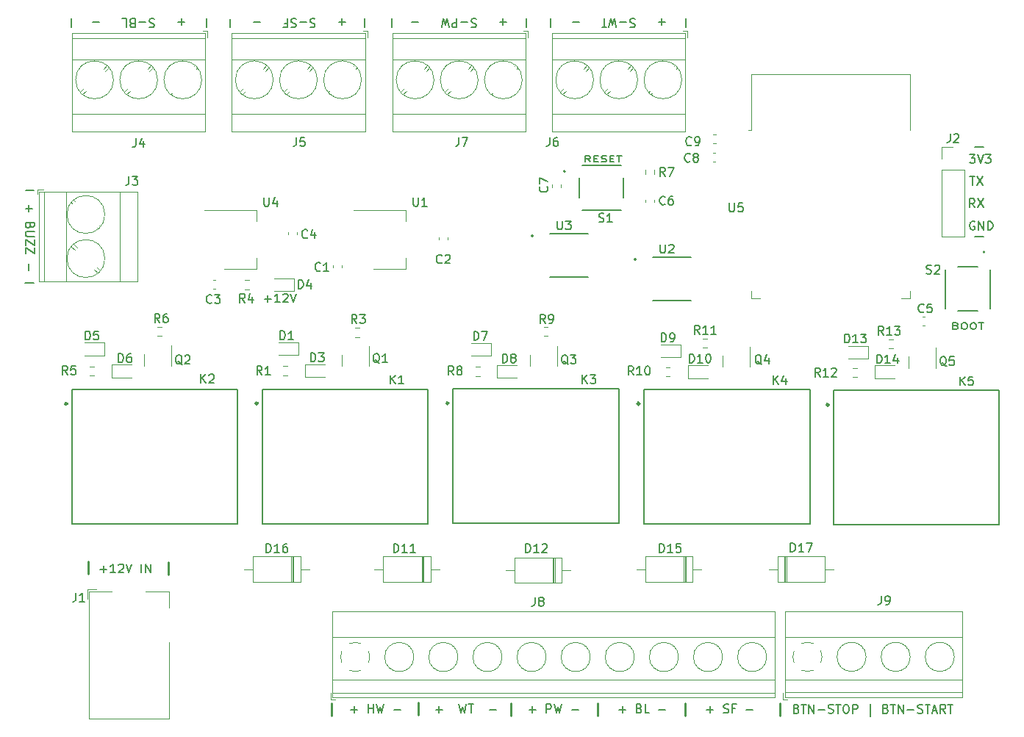
<source format=gbr>
%TF.GenerationSoftware,KiCad,Pcbnew,(6.0.0)*%
%TF.CreationDate,2022-03-25T10:46:11+03:00*%
%TF.ProjectId,LaundryPCB,4c61756e-6472-4795-9043-422e6b696361,rev?*%
%TF.SameCoordinates,Original*%
%TF.FileFunction,Legend,Top*%
%TF.FilePolarity,Positive*%
%FSLAX46Y46*%
G04 Gerber Fmt 4.6, Leading zero omitted, Abs format (unit mm)*
G04 Created by KiCad (PCBNEW (6.0.0)) date 2022-03-25 10:46:11*
%MOMM*%
%LPD*%
G01*
G04 APERTURE LIST*
%ADD10C,0.250000*%
%ADD11C,0.175000*%
%ADD12C,0.150000*%
%ADD13C,0.120000*%
%ADD14C,0.127000*%
%ADD15C,0.300000*%
%ADD16C,0.200000*%
G04 APERTURE END LIST*
D10*
X152030000Y-135275714D02*
X152030000Y-133847142D01*
D11*
X195500000Y-69770000D02*
X196500000Y-69770000D01*
X162200000Y-54960000D02*
X162200000Y-55960000D01*
X146640000Y-54980000D02*
X146640000Y-55980000D01*
D12*
X104445714Y-55368571D02*
X103683809Y-55368571D01*
X104064761Y-54987619D02*
X104064761Y-55749523D01*
X100969523Y-55035238D02*
X100826666Y-54987619D01*
X100588571Y-54987619D01*
X100493333Y-55035238D01*
X100445714Y-55082857D01*
X100398095Y-55178095D01*
X100398095Y-55273333D01*
X100445714Y-55368571D01*
X100493333Y-55416190D01*
X100588571Y-55463809D01*
X100779047Y-55511428D01*
X100874285Y-55559047D01*
X100921904Y-55606666D01*
X100969523Y-55701904D01*
X100969523Y-55797142D01*
X100921904Y-55892380D01*
X100874285Y-55940000D01*
X100779047Y-55987619D01*
X100540952Y-55987619D01*
X100398095Y-55940000D01*
X99969523Y-55368571D02*
X99207619Y-55368571D01*
X98398095Y-55511428D02*
X98255238Y-55463809D01*
X98207619Y-55416190D01*
X98160000Y-55320952D01*
X98160000Y-55178095D01*
X98207619Y-55082857D01*
X98255238Y-55035238D01*
X98350476Y-54987619D01*
X98731428Y-54987619D01*
X98731428Y-55987619D01*
X98398095Y-55987619D01*
X98302857Y-55940000D01*
X98255238Y-55892380D01*
X98207619Y-55797142D01*
X98207619Y-55701904D01*
X98255238Y-55606666D01*
X98302857Y-55559047D01*
X98398095Y-55511428D01*
X98731428Y-55511428D01*
X97255238Y-54987619D02*
X97731428Y-54987619D01*
X97731428Y-55987619D01*
X94636190Y-55368571D02*
X93874285Y-55368571D01*
X94715238Y-118451428D02*
X95477142Y-118451428D01*
X95096190Y-118832380D02*
X95096190Y-118070476D01*
X96477142Y-118832380D02*
X95905714Y-118832380D01*
X96191428Y-118832380D02*
X96191428Y-117832380D01*
X96096190Y-117975238D01*
X96000952Y-118070476D01*
X95905714Y-118118095D01*
X96858095Y-117927619D02*
X96905714Y-117880000D01*
X97000952Y-117832380D01*
X97239047Y-117832380D01*
X97334285Y-117880000D01*
X97381904Y-117927619D01*
X97429523Y-118022857D01*
X97429523Y-118118095D01*
X97381904Y-118260952D01*
X96810476Y-118832380D01*
X97429523Y-118832380D01*
X97715238Y-117832380D02*
X98048571Y-118832380D01*
X98381904Y-117832380D01*
X99477142Y-118832380D02*
X99477142Y-117832380D01*
X99953333Y-118832380D02*
X99953333Y-117832380D01*
X100524761Y-118832380D01*
X100524761Y-117832380D01*
D11*
X128300000Y-54940000D02*
X128300000Y-55940000D01*
D12*
X122945714Y-55368571D02*
X122183809Y-55368571D01*
X122564761Y-54987619D02*
X122564761Y-55749523D01*
X119469523Y-55035238D02*
X119326666Y-54987619D01*
X119088571Y-54987619D01*
X118993333Y-55035238D01*
X118945714Y-55082857D01*
X118898095Y-55178095D01*
X118898095Y-55273333D01*
X118945714Y-55368571D01*
X118993333Y-55416190D01*
X119088571Y-55463809D01*
X119279047Y-55511428D01*
X119374285Y-55559047D01*
X119421904Y-55606666D01*
X119469523Y-55701904D01*
X119469523Y-55797142D01*
X119421904Y-55892380D01*
X119374285Y-55940000D01*
X119279047Y-55987619D01*
X119040952Y-55987619D01*
X118898095Y-55940000D01*
X118469523Y-55368571D02*
X117707619Y-55368571D01*
X117279047Y-55035238D02*
X117136190Y-54987619D01*
X116898095Y-54987619D01*
X116802857Y-55035238D01*
X116755238Y-55082857D01*
X116707619Y-55178095D01*
X116707619Y-55273333D01*
X116755238Y-55368571D01*
X116802857Y-55416190D01*
X116898095Y-55463809D01*
X117088571Y-55511428D01*
X117183809Y-55559047D01*
X117231428Y-55606666D01*
X117279047Y-55701904D01*
X117279047Y-55797142D01*
X117231428Y-55892380D01*
X117183809Y-55940000D01*
X117088571Y-55987619D01*
X116850476Y-55987619D01*
X116707619Y-55940000D01*
X115945714Y-55511428D02*
X116279047Y-55511428D01*
X116279047Y-54987619D02*
X116279047Y-55987619D01*
X115802857Y-55987619D01*
X113136190Y-55368571D02*
X112374285Y-55368571D01*
D11*
X151167619Y-71496666D02*
X150834285Y-71163333D01*
X150596190Y-71496666D02*
X150596190Y-70796666D01*
X150977142Y-70796666D01*
X151072380Y-70830000D01*
X151120000Y-70863333D01*
X151167619Y-70930000D01*
X151167619Y-71030000D01*
X151120000Y-71096666D01*
X151072380Y-71130000D01*
X150977142Y-71163333D01*
X150596190Y-71163333D01*
X151596190Y-71130000D02*
X151929523Y-71130000D01*
X152072380Y-71496666D02*
X151596190Y-71496666D01*
X151596190Y-70796666D01*
X152072380Y-70796666D01*
X152453333Y-71463333D02*
X152596190Y-71496666D01*
X152834285Y-71496666D01*
X152929523Y-71463333D01*
X152977142Y-71430000D01*
X153024761Y-71363333D01*
X153024761Y-71296666D01*
X152977142Y-71230000D01*
X152929523Y-71196666D01*
X152834285Y-71163333D01*
X152643809Y-71130000D01*
X152548571Y-71096666D01*
X152500952Y-71063333D01*
X152453333Y-70996666D01*
X152453333Y-70930000D01*
X152500952Y-70863333D01*
X152548571Y-70830000D01*
X152643809Y-70796666D01*
X152881904Y-70796666D01*
X153024761Y-70830000D01*
X153453333Y-71130000D02*
X153786666Y-71130000D01*
X153929523Y-71496666D02*
X153453333Y-71496666D01*
X153453333Y-70796666D01*
X153929523Y-70796666D01*
X154215238Y-70796666D02*
X154786666Y-70796666D01*
X154500952Y-71496666D02*
X154500952Y-70796666D01*
X87090000Y-85420000D02*
X86090000Y-85420000D01*
X193292857Y-90380000D02*
X193435714Y-90413333D01*
X193483333Y-90446666D01*
X193530952Y-90513333D01*
X193530952Y-90613333D01*
X193483333Y-90680000D01*
X193435714Y-90713333D01*
X193340476Y-90746666D01*
X192959523Y-90746666D01*
X192959523Y-90046666D01*
X193292857Y-90046666D01*
X193388095Y-90080000D01*
X193435714Y-90113333D01*
X193483333Y-90180000D01*
X193483333Y-90246666D01*
X193435714Y-90313333D01*
X193388095Y-90346666D01*
X193292857Y-90380000D01*
X192959523Y-90380000D01*
X194150000Y-90046666D02*
X194340476Y-90046666D01*
X194435714Y-90080000D01*
X194530952Y-90146666D01*
X194578571Y-90280000D01*
X194578571Y-90513333D01*
X194530952Y-90646666D01*
X194435714Y-90713333D01*
X194340476Y-90746666D01*
X194150000Y-90746666D01*
X194054761Y-90713333D01*
X193959523Y-90646666D01*
X193911904Y-90513333D01*
X193911904Y-90280000D01*
X193959523Y-90146666D01*
X194054761Y-90080000D01*
X194150000Y-90046666D01*
X195197619Y-90046666D02*
X195388095Y-90046666D01*
X195483333Y-90080000D01*
X195578571Y-90146666D01*
X195626190Y-90280000D01*
X195626190Y-90513333D01*
X195578571Y-90646666D01*
X195483333Y-90713333D01*
X195388095Y-90746666D01*
X195197619Y-90746666D01*
X195102380Y-90713333D01*
X195007142Y-90646666D01*
X194959523Y-90513333D01*
X194959523Y-90280000D01*
X195007142Y-90146666D01*
X195102380Y-90080000D01*
X195197619Y-90046666D01*
X195911904Y-90046666D02*
X196483333Y-90046666D01*
X196197619Y-90746666D02*
X196197619Y-90046666D01*
X106950000Y-54960000D02*
X106950000Y-55960000D01*
D12*
X123602857Y-134611428D02*
X124364761Y-134611428D01*
X123983809Y-134992380D02*
X123983809Y-134230476D01*
X125602857Y-134992380D02*
X125602857Y-133992380D01*
X125602857Y-134468571D02*
X126174285Y-134468571D01*
X126174285Y-134992380D02*
X126174285Y-133992380D01*
X126555238Y-133992380D02*
X126793333Y-134992380D01*
X126983809Y-134278095D01*
X127174285Y-134992380D01*
X127412380Y-133992380D01*
X128555238Y-134611428D02*
X129317142Y-134611428D01*
X164593333Y-134611428D02*
X165355238Y-134611428D01*
X164974285Y-134992380D02*
X164974285Y-134230476D01*
X166545714Y-134944761D02*
X166688571Y-134992380D01*
X166926666Y-134992380D01*
X167021904Y-134944761D01*
X167069523Y-134897142D01*
X167117142Y-134801904D01*
X167117142Y-134706666D01*
X167069523Y-134611428D01*
X167021904Y-134563809D01*
X166926666Y-134516190D01*
X166736190Y-134468571D01*
X166640952Y-134420952D01*
X166593333Y-134373333D01*
X166545714Y-134278095D01*
X166545714Y-134182857D01*
X166593333Y-134087619D01*
X166640952Y-134040000D01*
X166736190Y-133992380D01*
X166974285Y-133992380D01*
X167117142Y-134040000D01*
X167879047Y-134468571D02*
X167545714Y-134468571D01*
X167545714Y-134992380D02*
X167545714Y-133992380D01*
X168021904Y-133992380D01*
X169164761Y-134611428D02*
X169926666Y-134611428D01*
D11*
X143800000Y-54990000D02*
X143800000Y-55990000D01*
D12*
X144126666Y-134611428D02*
X144888571Y-134611428D01*
X144507619Y-134992380D02*
X144507619Y-134230476D01*
X146126666Y-134992380D02*
X146126666Y-133992380D01*
X146507619Y-133992380D01*
X146602857Y-134040000D01*
X146650476Y-134087619D01*
X146698095Y-134182857D01*
X146698095Y-134325714D01*
X146650476Y-134420952D01*
X146602857Y-134468571D01*
X146507619Y-134516190D01*
X146126666Y-134516190D01*
X147031428Y-133992380D02*
X147269523Y-134992380D01*
X147460000Y-134278095D01*
X147650476Y-134992380D01*
X147888571Y-133992380D01*
X149031428Y-134611428D02*
X149793333Y-134611428D01*
X159793333Y-55368571D02*
X159031428Y-55368571D01*
X159412380Y-54987619D02*
X159412380Y-55749523D01*
X156317142Y-55035238D02*
X156174285Y-54987619D01*
X155936190Y-54987619D01*
X155840952Y-55035238D01*
X155793333Y-55082857D01*
X155745714Y-55178095D01*
X155745714Y-55273333D01*
X155793333Y-55368571D01*
X155840952Y-55416190D01*
X155936190Y-55463809D01*
X156126666Y-55511428D01*
X156221904Y-55559047D01*
X156269523Y-55606666D01*
X156317142Y-55701904D01*
X156317142Y-55797142D01*
X156269523Y-55892380D01*
X156221904Y-55940000D01*
X156126666Y-55987619D01*
X155888571Y-55987619D01*
X155745714Y-55940000D01*
X155317142Y-55368571D02*
X154555238Y-55368571D01*
X154174285Y-55987619D02*
X153936190Y-54987619D01*
X153745714Y-55701904D01*
X153555238Y-54987619D01*
X153317142Y-55987619D01*
X153079047Y-55987619D02*
X152507619Y-55987619D01*
X152793333Y-54987619D02*
X152793333Y-55987619D01*
X149888571Y-55368571D02*
X149126666Y-55368571D01*
D10*
X142040000Y-135275714D02*
X142040000Y-133847142D01*
D11*
X87120000Y-74810000D02*
X86120000Y-74810000D01*
D12*
X195448095Y-78390000D02*
X195352857Y-78342380D01*
X195210000Y-78342380D01*
X195067142Y-78390000D01*
X194971904Y-78485238D01*
X194924285Y-78580476D01*
X194876666Y-78770952D01*
X194876666Y-78913809D01*
X194924285Y-79104285D01*
X194971904Y-79199523D01*
X195067142Y-79294761D01*
X195210000Y-79342380D01*
X195305238Y-79342380D01*
X195448095Y-79294761D01*
X195495714Y-79247142D01*
X195495714Y-78913809D01*
X195305238Y-78913809D01*
X195924285Y-79342380D02*
X195924285Y-78342380D01*
X196495714Y-79342380D01*
X196495714Y-78342380D01*
X196971904Y-79342380D02*
X196971904Y-78342380D01*
X197210000Y-78342380D01*
X197352857Y-78390000D01*
X197448095Y-78485238D01*
X197495714Y-78580476D01*
X197543333Y-78770952D01*
X197543333Y-78913809D01*
X197495714Y-79104285D01*
X197448095Y-79199523D01*
X197352857Y-79294761D01*
X197210000Y-79342380D01*
X196971904Y-79342380D01*
D10*
X93330000Y-118925714D02*
X93330000Y-117497142D01*
D12*
X113658095Y-87291428D02*
X114420000Y-87291428D01*
X114039047Y-87672380D02*
X114039047Y-86910476D01*
X115420000Y-87672380D02*
X114848571Y-87672380D01*
X115134285Y-87672380D02*
X115134285Y-86672380D01*
X115039047Y-86815238D01*
X114943809Y-86910476D01*
X114848571Y-86958095D01*
X115800952Y-86767619D02*
X115848571Y-86720000D01*
X115943809Y-86672380D01*
X116181904Y-86672380D01*
X116277142Y-86720000D01*
X116324761Y-86767619D01*
X116372380Y-86862857D01*
X116372380Y-86958095D01*
X116324761Y-87100952D01*
X115753333Y-87672380D01*
X116372380Y-87672380D01*
X116658095Y-86672380D02*
X116991428Y-87672380D01*
X117324761Y-86672380D01*
X194871904Y-70642380D02*
X195490952Y-70642380D01*
X195157619Y-71023333D01*
X195300476Y-71023333D01*
X195395714Y-71070952D01*
X195443333Y-71118571D01*
X195490952Y-71213809D01*
X195490952Y-71451904D01*
X195443333Y-71547142D01*
X195395714Y-71594761D01*
X195300476Y-71642380D01*
X195014761Y-71642380D01*
X194919523Y-71594761D01*
X194871904Y-71547142D01*
X195776666Y-70642380D02*
X196110000Y-71642380D01*
X196443333Y-70642380D01*
X196681428Y-70642380D02*
X197300476Y-70642380D01*
X196967142Y-71023333D01*
X197110000Y-71023333D01*
X197205238Y-71070952D01*
X197252857Y-71118571D01*
X197300476Y-71213809D01*
X197300476Y-71451904D01*
X197252857Y-71547142D01*
X197205238Y-71594761D01*
X197110000Y-71642380D01*
X196824285Y-71642380D01*
X196729047Y-71594761D01*
X196681428Y-71547142D01*
X133383809Y-134611428D02*
X134145714Y-134611428D01*
X133764761Y-134992380D02*
X133764761Y-134230476D01*
X136050476Y-133992380D02*
X136288571Y-134992380D01*
X136479047Y-134278095D01*
X136669523Y-134992380D01*
X136907619Y-133992380D01*
X137145714Y-133992380D02*
X137717142Y-133992380D01*
X137431428Y-134992380D02*
X137431428Y-133992380D01*
X139574285Y-134611428D02*
X140336190Y-134611428D01*
X195443333Y-76742380D02*
X195110000Y-76266190D01*
X194871904Y-76742380D02*
X194871904Y-75742380D01*
X195252857Y-75742380D01*
X195348095Y-75790000D01*
X195395714Y-75837619D01*
X195443333Y-75932857D01*
X195443333Y-76075714D01*
X195395714Y-76170952D01*
X195348095Y-76218571D01*
X195252857Y-76266190D01*
X194871904Y-76266190D01*
X195776666Y-75742380D02*
X196443333Y-76742380D01*
X196443333Y-75742380D02*
X195776666Y-76742380D01*
D11*
X195500000Y-80080000D02*
X196500000Y-80080000D01*
X91390000Y-54950000D02*
X91390000Y-55950000D01*
X125160000Y-54940000D02*
X125160000Y-55940000D01*
X109710000Y-55010000D02*
X109710000Y-56010000D01*
D12*
X154493333Y-134611428D02*
X155255238Y-134611428D01*
X154874285Y-134992380D02*
X154874285Y-134230476D01*
X156826666Y-134468571D02*
X156969523Y-134516190D01*
X157017142Y-134563809D01*
X157064761Y-134659047D01*
X157064761Y-134801904D01*
X157017142Y-134897142D01*
X156969523Y-134944761D01*
X156874285Y-134992380D01*
X156493333Y-134992380D01*
X156493333Y-133992380D01*
X156826666Y-133992380D01*
X156921904Y-134040000D01*
X156969523Y-134087619D01*
X157017142Y-134182857D01*
X157017142Y-134278095D01*
X156969523Y-134373333D01*
X156921904Y-134420952D01*
X156826666Y-134468571D01*
X156493333Y-134468571D01*
X157969523Y-134992380D02*
X157493333Y-134992380D01*
X157493333Y-133992380D01*
X159064761Y-134611428D02*
X159826666Y-134611428D01*
X86518571Y-76501904D02*
X86518571Y-77263809D01*
X86137619Y-76882857D02*
X86899523Y-76882857D01*
X86661428Y-78835238D02*
X86613809Y-78978095D01*
X86566190Y-79025714D01*
X86470952Y-79073333D01*
X86328095Y-79073333D01*
X86232857Y-79025714D01*
X86185238Y-78978095D01*
X86137619Y-78882857D01*
X86137619Y-78501904D01*
X87137619Y-78501904D01*
X87137619Y-78835238D01*
X87090000Y-78930476D01*
X87042380Y-78978095D01*
X86947142Y-79025714D01*
X86851904Y-79025714D01*
X86756666Y-78978095D01*
X86709047Y-78930476D01*
X86661428Y-78835238D01*
X86661428Y-78501904D01*
X87137619Y-79501904D02*
X86328095Y-79501904D01*
X86232857Y-79549523D01*
X86185238Y-79597142D01*
X86137619Y-79692380D01*
X86137619Y-79882857D01*
X86185238Y-79978095D01*
X86232857Y-80025714D01*
X86328095Y-80073333D01*
X87137619Y-80073333D01*
X87137619Y-80454285D02*
X87137619Y-81120952D01*
X86137619Y-80454285D01*
X86137619Y-81120952D01*
X87137619Y-81406666D02*
X87137619Y-82073333D01*
X86137619Y-81406666D01*
X86137619Y-82073333D01*
X86518571Y-83216190D02*
X86518571Y-83978095D01*
D10*
X121400000Y-135305714D02*
X121400000Y-133877142D01*
D12*
X194898095Y-73192380D02*
X195469523Y-73192380D01*
X195183809Y-74192380D02*
X195183809Y-73192380D01*
X195707619Y-73192380D02*
X196374285Y-74192380D01*
X196374285Y-73192380D02*
X195707619Y-74192380D01*
D10*
X173020000Y-135305714D02*
X173020000Y-133877142D01*
D12*
X141512380Y-55368571D02*
X140750476Y-55368571D01*
X141131428Y-54987619D02*
X141131428Y-55749523D01*
X138036190Y-55035238D02*
X137893333Y-54987619D01*
X137655238Y-54987619D01*
X137560000Y-55035238D01*
X137512380Y-55082857D01*
X137464761Y-55178095D01*
X137464761Y-55273333D01*
X137512380Y-55368571D01*
X137560000Y-55416190D01*
X137655238Y-55463809D01*
X137845714Y-55511428D01*
X137940952Y-55559047D01*
X137988571Y-55606666D01*
X138036190Y-55701904D01*
X138036190Y-55797142D01*
X137988571Y-55892380D01*
X137940952Y-55940000D01*
X137845714Y-55987619D01*
X137607619Y-55987619D01*
X137464761Y-55940000D01*
X137036190Y-55368571D02*
X136274285Y-55368571D01*
X135798095Y-54987619D02*
X135798095Y-55987619D01*
X135417142Y-55987619D01*
X135321904Y-55940000D01*
X135274285Y-55892380D01*
X135226666Y-55797142D01*
X135226666Y-55654285D01*
X135274285Y-55559047D01*
X135321904Y-55511428D01*
X135417142Y-55463809D01*
X135798095Y-55463809D01*
X134893333Y-55987619D02*
X134655238Y-54987619D01*
X134464761Y-55701904D01*
X134274285Y-54987619D01*
X134036190Y-55987619D01*
X131369523Y-55368571D02*
X130607619Y-55368571D01*
D10*
X131400000Y-135235714D02*
X131400000Y-133807142D01*
X102550000Y-119015714D02*
X102550000Y-117587142D01*
X162090000Y-135275714D02*
X162090000Y-133847142D01*
D12*
X174938095Y-134498571D02*
X175080952Y-134546190D01*
X175128571Y-134593809D01*
X175176190Y-134689047D01*
X175176190Y-134831904D01*
X175128571Y-134927142D01*
X175080952Y-134974761D01*
X174985714Y-135022380D01*
X174604761Y-135022380D01*
X174604761Y-134022380D01*
X174938095Y-134022380D01*
X175033333Y-134070000D01*
X175080952Y-134117619D01*
X175128571Y-134212857D01*
X175128571Y-134308095D01*
X175080952Y-134403333D01*
X175033333Y-134450952D01*
X174938095Y-134498571D01*
X174604761Y-134498571D01*
X175461904Y-134022380D02*
X176033333Y-134022380D01*
X175747619Y-135022380D02*
X175747619Y-134022380D01*
X176366666Y-135022380D02*
X176366666Y-134022380D01*
X176938095Y-135022380D01*
X176938095Y-134022380D01*
X177414285Y-134641428D02*
X178176190Y-134641428D01*
X178604761Y-134974761D02*
X178747619Y-135022380D01*
X178985714Y-135022380D01*
X179080952Y-134974761D01*
X179128571Y-134927142D01*
X179176190Y-134831904D01*
X179176190Y-134736666D01*
X179128571Y-134641428D01*
X179080952Y-134593809D01*
X178985714Y-134546190D01*
X178795238Y-134498571D01*
X178700000Y-134450952D01*
X178652380Y-134403333D01*
X178604761Y-134308095D01*
X178604761Y-134212857D01*
X178652380Y-134117619D01*
X178700000Y-134070000D01*
X178795238Y-134022380D01*
X179033333Y-134022380D01*
X179176190Y-134070000D01*
X179461904Y-134022380D02*
X180033333Y-134022380D01*
X179747619Y-135022380D02*
X179747619Y-134022380D01*
X180557142Y-134022380D02*
X180747619Y-134022380D01*
X180842857Y-134070000D01*
X180938095Y-134165238D01*
X180985714Y-134355714D01*
X180985714Y-134689047D01*
X180938095Y-134879523D01*
X180842857Y-134974761D01*
X180747619Y-135022380D01*
X180557142Y-135022380D01*
X180461904Y-134974761D01*
X180366666Y-134879523D01*
X180319047Y-134689047D01*
X180319047Y-134355714D01*
X180366666Y-134165238D01*
X180461904Y-134070000D01*
X180557142Y-134022380D01*
X181414285Y-135022380D02*
X181414285Y-134022380D01*
X181795238Y-134022380D01*
X181890476Y-134070000D01*
X181938095Y-134117619D01*
X181985714Y-134212857D01*
X181985714Y-134355714D01*
X181938095Y-134450952D01*
X181890476Y-134498571D01*
X181795238Y-134546190D01*
X181414285Y-134546190D01*
X183414285Y-135355714D02*
X183414285Y-133927142D01*
X185223809Y-134498571D02*
X185366666Y-134546190D01*
X185414285Y-134593809D01*
X185461904Y-134689047D01*
X185461904Y-134831904D01*
X185414285Y-134927142D01*
X185366666Y-134974761D01*
X185271428Y-135022380D01*
X184890476Y-135022380D01*
X184890476Y-134022380D01*
X185223809Y-134022380D01*
X185319047Y-134070000D01*
X185366666Y-134117619D01*
X185414285Y-134212857D01*
X185414285Y-134308095D01*
X185366666Y-134403333D01*
X185319047Y-134450952D01*
X185223809Y-134498571D01*
X184890476Y-134498571D01*
X185747619Y-134022380D02*
X186319047Y-134022380D01*
X186033333Y-135022380D02*
X186033333Y-134022380D01*
X186652380Y-135022380D02*
X186652380Y-134022380D01*
X187223809Y-135022380D01*
X187223809Y-134022380D01*
X187700000Y-134641428D02*
X188461904Y-134641428D01*
X188890476Y-134974761D02*
X189033333Y-135022380D01*
X189271428Y-135022380D01*
X189366666Y-134974761D01*
X189414285Y-134927142D01*
X189461904Y-134831904D01*
X189461904Y-134736666D01*
X189414285Y-134641428D01*
X189366666Y-134593809D01*
X189271428Y-134546190D01*
X189080952Y-134498571D01*
X188985714Y-134450952D01*
X188938095Y-134403333D01*
X188890476Y-134308095D01*
X188890476Y-134212857D01*
X188938095Y-134117619D01*
X188985714Y-134070000D01*
X189080952Y-134022380D01*
X189319047Y-134022380D01*
X189461904Y-134070000D01*
X189747619Y-134022380D02*
X190319047Y-134022380D01*
X190033333Y-135022380D02*
X190033333Y-134022380D01*
X190604761Y-134736666D02*
X191080952Y-134736666D01*
X190509523Y-135022380D02*
X190842857Y-134022380D01*
X191176190Y-135022380D01*
X192080952Y-135022380D02*
X191747619Y-134546190D01*
X191509523Y-135022380D02*
X191509523Y-134022380D01*
X191890476Y-134022380D01*
X191985714Y-134070000D01*
X192033333Y-134117619D01*
X192080952Y-134212857D01*
X192080952Y-134355714D01*
X192033333Y-134450952D01*
X191985714Y-134498571D01*
X191890476Y-134546190D01*
X191509523Y-134546190D01*
X192366666Y-134022380D02*
X192938095Y-134022380D01*
X192652380Y-135022380D02*
X192652380Y-134022380D01*
%TO.C,D14*%
X184183214Y-94704880D02*
X184183214Y-93704880D01*
X184421309Y-93704880D01*
X184564166Y-93752500D01*
X184659404Y-93847738D01*
X184707023Y-93942976D01*
X184754642Y-94133452D01*
X184754642Y-94276309D01*
X184707023Y-94466785D01*
X184659404Y-94562023D01*
X184564166Y-94657261D01*
X184421309Y-94704880D01*
X184183214Y-94704880D01*
X185707023Y-94704880D02*
X185135595Y-94704880D01*
X185421309Y-94704880D02*
X185421309Y-93704880D01*
X185326071Y-93847738D01*
X185230833Y-93942976D01*
X185135595Y-93990595D01*
X186564166Y-94038214D02*
X186564166Y-94704880D01*
X186326071Y-93657261D02*
X186087976Y-94371547D01*
X186707023Y-94371547D01*
%TO.C,R11*%
X163764642Y-91334880D02*
X163431309Y-90858690D01*
X163193214Y-91334880D02*
X163193214Y-90334880D01*
X163574166Y-90334880D01*
X163669404Y-90382500D01*
X163717023Y-90430119D01*
X163764642Y-90525357D01*
X163764642Y-90668214D01*
X163717023Y-90763452D01*
X163669404Y-90811071D01*
X163574166Y-90858690D01*
X163193214Y-90858690D01*
X164717023Y-91334880D02*
X164145595Y-91334880D01*
X164431309Y-91334880D02*
X164431309Y-90334880D01*
X164336071Y-90477738D01*
X164240833Y-90572976D01*
X164145595Y-90620595D01*
X165669404Y-91334880D02*
X165097976Y-91334880D01*
X165383690Y-91334880D02*
X165383690Y-90334880D01*
X165288452Y-90477738D01*
X165193214Y-90572976D01*
X165097976Y-90620595D01*
%TO.C,K4*%
X172269335Y-97134923D02*
X172269335Y-96134829D01*
X172840817Y-97134923D02*
X172412205Y-96563441D01*
X172840817Y-96134829D02*
X172269335Y-96706311D01*
X173698041Y-96468194D02*
X173698041Y-97134923D01*
X173459923Y-96087205D02*
X173221805Y-96801558D01*
X173840911Y-96801558D01*
%TO.C,D9*%
X159369404Y-92234880D02*
X159369404Y-91234880D01*
X159607500Y-91234880D01*
X159750357Y-91282500D01*
X159845595Y-91377738D01*
X159893214Y-91472976D01*
X159940833Y-91663452D01*
X159940833Y-91806309D01*
X159893214Y-91996785D01*
X159845595Y-92092023D01*
X159750357Y-92187261D01*
X159607500Y-92234880D01*
X159369404Y-92234880D01*
X160417023Y-92234880D02*
X160607500Y-92234880D01*
X160702738Y-92187261D01*
X160750357Y-92139642D01*
X160845595Y-91996785D01*
X160893214Y-91806309D01*
X160893214Y-91425357D01*
X160845595Y-91330119D01*
X160797976Y-91282500D01*
X160702738Y-91234880D01*
X160512261Y-91234880D01*
X160417023Y-91282500D01*
X160369404Y-91330119D01*
X160321785Y-91425357D01*
X160321785Y-91663452D01*
X160369404Y-91758690D01*
X160417023Y-91806309D01*
X160512261Y-91853928D01*
X160702738Y-91853928D01*
X160797976Y-91806309D01*
X160845595Y-91758690D01*
X160893214Y-91663452D01*
%TO.C,D5*%
X93026904Y-91994880D02*
X93026904Y-90994880D01*
X93265000Y-90994880D01*
X93407857Y-91042500D01*
X93503095Y-91137738D01*
X93550714Y-91232976D01*
X93598333Y-91423452D01*
X93598333Y-91566309D01*
X93550714Y-91756785D01*
X93503095Y-91852023D01*
X93407857Y-91947261D01*
X93265000Y-91994880D01*
X93026904Y-91994880D01*
X94503095Y-90994880D02*
X94026904Y-90994880D01*
X93979285Y-91471071D01*
X94026904Y-91423452D01*
X94122142Y-91375833D01*
X94360238Y-91375833D01*
X94455476Y-91423452D01*
X94503095Y-91471071D01*
X94550714Y-91566309D01*
X94550714Y-91804404D01*
X94503095Y-91899642D01*
X94455476Y-91947261D01*
X94360238Y-91994880D01*
X94122142Y-91994880D01*
X94026904Y-91947261D01*
X93979285Y-91899642D01*
%TO.C,U1*%
X130798095Y-75592380D02*
X130798095Y-76401904D01*
X130845714Y-76497142D01*
X130893333Y-76544761D01*
X130988571Y-76592380D01*
X131179047Y-76592380D01*
X131274285Y-76544761D01*
X131321904Y-76497142D01*
X131369523Y-76401904D01*
X131369523Y-75592380D01*
X132369523Y-76592380D02*
X131798095Y-76592380D01*
X132083809Y-76592380D02*
X132083809Y-75592380D01*
X131988571Y-75735238D01*
X131893333Y-75830476D01*
X131798095Y-75878095D01*
%TO.C,K3*%
X150269335Y-97034923D02*
X150269335Y-96034829D01*
X150840817Y-97034923D02*
X150412205Y-96463441D01*
X150840817Y-96034829D02*
X150269335Y-96606311D01*
X151174182Y-96034829D02*
X151793288Y-96034829D01*
X151459923Y-96415817D01*
X151602794Y-96415817D01*
X151698041Y-96463441D01*
X151745664Y-96511064D01*
X151793288Y-96606311D01*
X151793288Y-96844429D01*
X151745664Y-96939676D01*
X151698041Y-96987299D01*
X151602794Y-97034923D01*
X151317052Y-97034923D01*
X151221805Y-96987299D01*
X151174182Y-96939676D01*
%TO.C,J3*%
X98046666Y-73152380D02*
X98046666Y-73866666D01*
X97999047Y-74009523D01*
X97903809Y-74104761D01*
X97760952Y-74152380D01*
X97665714Y-74152380D01*
X98427619Y-73152380D02*
X99046666Y-73152380D01*
X98713333Y-73533333D01*
X98856190Y-73533333D01*
X98951428Y-73580952D01*
X98999047Y-73628571D01*
X99046666Y-73723809D01*
X99046666Y-73961904D01*
X98999047Y-74057142D01*
X98951428Y-74104761D01*
X98856190Y-74152380D01*
X98570476Y-74152380D01*
X98475238Y-74104761D01*
X98427619Y-74057142D01*
%TO.C,D13*%
X180483214Y-92334880D02*
X180483214Y-91334880D01*
X180721309Y-91334880D01*
X180864166Y-91382500D01*
X180959404Y-91477738D01*
X181007023Y-91572976D01*
X181054642Y-91763452D01*
X181054642Y-91906309D01*
X181007023Y-92096785D01*
X180959404Y-92192023D01*
X180864166Y-92287261D01*
X180721309Y-92334880D01*
X180483214Y-92334880D01*
X182007023Y-92334880D02*
X181435595Y-92334880D01*
X181721309Y-92334880D02*
X181721309Y-91334880D01*
X181626071Y-91477738D01*
X181530833Y-91572976D01*
X181435595Y-91620595D01*
X182340357Y-91334880D02*
X182959404Y-91334880D01*
X182626071Y-91715833D01*
X182768928Y-91715833D01*
X182864166Y-91763452D01*
X182911785Y-91811071D01*
X182959404Y-91906309D01*
X182959404Y-92144404D01*
X182911785Y-92239642D01*
X182864166Y-92287261D01*
X182768928Y-92334880D01*
X182483214Y-92334880D01*
X182387976Y-92287261D01*
X182340357Y-92239642D01*
%TO.C,D6*%
X96836904Y-94594880D02*
X96836904Y-93594880D01*
X97075000Y-93594880D01*
X97217857Y-93642500D01*
X97313095Y-93737738D01*
X97360714Y-93832976D01*
X97408333Y-94023452D01*
X97408333Y-94166309D01*
X97360714Y-94356785D01*
X97313095Y-94452023D01*
X97217857Y-94547261D01*
X97075000Y-94594880D01*
X96836904Y-94594880D01*
X98265476Y-93594880D02*
X98075000Y-93594880D01*
X97979761Y-93642500D01*
X97932142Y-93690119D01*
X97836904Y-93832976D01*
X97789285Y-94023452D01*
X97789285Y-94404404D01*
X97836904Y-94499642D01*
X97884523Y-94547261D01*
X97979761Y-94594880D01*
X98170238Y-94594880D01*
X98265476Y-94547261D01*
X98313095Y-94499642D01*
X98360714Y-94404404D01*
X98360714Y-94166309D01*
X98313095Y-94071071D01*
X98265476Y-94023452D01*
X98170238Y-93975833D01*
X97979761Y-93975833D01*
X97884523Y-94023452D01*
X97836904Y-94071071D01*
X97789285Y-94166309D01*
%TO.C,C8*%
X162673333Y-71417142D02*
X162625714Y-71464761D01*
X162482857Y-71512380D01*
X162387619Y-71512380D01*
X162244761Y-71464761D01*
X162149523Y-71369523D01*
X162101904Y-71274285D01*
X162054285Y-71083809D01*
X162054285Y-70940952D01*
X162101904Y-70750476D01*
X162149523Y-70655238D01*
X162244761Y-70560000D01*
X162387619Y-70512380D01*
X162482857Y-70512380D01*
X162625714Y-70560000D01*
X162673333Y-70607619D01*
X163244761Y-70940952D02*
X163149523Y-70893333D01*
X163101904Y-70845714D01*
X163054285Y-70750476D01*
X163054285Y-70702857D01*
X163101904Y-70607619D01*
X163149523Y-70560000D01*
X163244761Y-70512380D01*
X163435238Y-70512380D01*
X163530476Y-70560000D01*
X163578095Y-70607619D01*
X163625714Y-70702857D01*
X163625714Y-70750476D01*
X163578095Y-70845714D01*
X163530476Y-70893333D01*
X163435238Y-70940952D01*
X163244761Y-70940952D01*
X163149523Y-70988571D01*
X163101904Y-71036190D01*
X163054285Y-71131428D01*
X163054285Y-71321904D01*
X163101904Y-71417142D01*
X163149523Y-71464761D01*
X163244761Y-71512380D01*
X163435238Y-71512380D01*
X163530476Y-71464761D01*
X163578095Y-71417142D01*
X163625714Y-71321904D01*
X163625714Y-71131428D01*
X163578095Y-71036190D01*
X163530476Y-70988571D01*
X163435238Y-70940952D01*
%TO.C,J9*%
X184686666Y-121522380D02*
X184686666Y-122236666D01*
X184639047Y-122379523D01*
X184543809Y-122474761D01*
X184400952Y-122522380D01*
X184305714Y-122522380D01*
X185210476Y-122522380D02*
X185400952Y-122522380D01*
X185496190Y-122474761D01*
X185543809Y-122427142D01*
X185639047Y-122284285D01*
X185686666Y-122093809D01*
X185686666Y-121712857D01*
X185639047Y-121617619D01*
X185591428Y-121570000D01*
X185496190Y-121522380D01*
X185305714Y-121522380D01*
X185210476Y-121570000D01*
X185162857Y-121617619D01*
X185115238Y-121712857D01*
X185115238Y-121950952D01*
X185162857Y-122046190D01*
X185210476Y-122093809D01*
X185305714Y-122141428D01*
X185496190Y-122141428D01*
X185591428Y-122093809D01*
X185639047Y-122046190D01*
X185686666Y-121950952D01*
%TO.C,R9*%
X145993333Y-90092380D02*
X145660000Y-89616190D01*
X145421904Y-90092380D02*
X145421904Y-89092380D01*
X145802857Y-89092380D01*
X145898095Y-89140000D01*
X145945714Y-89187619D01*
X145993333Y-89282857D01*
X145993333Y-89425714D01*
X145945714Y-89520952D01*
X145898095Y-89568571D01*
X145802857Y-89616190D01*
X145421904Y-89616190D01*
X146469523Y-90092380D02*
X146660000Y-90092380D01*
X146755238Y-90044761D01*
X146802857Y-89997142D01*
X146898095Y-89854285D01*
X146945714Y-89663809D01*
X146945714Y-89282857D01*
X146898095Y-89187619D01*
X146850476Y-89140000D01*
X146755238Y-89092380D01*
X146564761Y-89092380D01*
X146469523Y-89140000D01*
X146421904Y-89187619D01*
X146374285Y-89282857D01*
X146374285Y-89520952D01*
X146421904Y-89616190D01*
X146469523Y-89663809D01*
X146564761Y-89711428D01*
X146755238Y-89711428D01*
X146850476Y-89663809D01*
X146898095Y-89616190D01*
X146945714Y-89520952D01*
%TO.C,R13*%
X184954642Y-91434880D02*
X184621309Y-90958690D01*
X184383214Y-91434880D02*
X184383214Y-90434880D01*
X184764166Y-90434880D01*
X184859404Y-90482500D01*
X184907023Y-90530119D01*
X184954642Y-90625357D01*
X184954642Y-90768214D01*
X184907023Y-90863452D01*
X184859404Y-90911071D01*
X184764166Y-90958690D01*
X184383214Y-90958690D01*
X185907023Y-91434880D02*
X185335595Y-91434880D01*
X185621309Y-91434880D02*
X185621309Y-90434880D01*
X185526071Y-90577738D01*
X185430833Y-90672976D01*
X185335595Y-90720595D01*
X186240357Y-90434880D02*
X186859404Y-90434880D01*
X186526071Y-90815833D01*
X186668928Y-90815833D01*
X186764166Y-90863452D01*
X186811785Y-90911071D01*
X186859404Y-91006309D01*
X186859404Y-91244404D01*
X186811785Y-91339642D01*
X186764166Y-91387261D01*
X186668928Y-91434880D01*
X186383214Y-91434880D01*
X186287976Y-91387261D01*
X186240357Y-91339642D01*
%TO.C,D11*%
X128545714Y-116492380D02*
X128545714Y-115492380D01*
X128783809Y-115492380D01*
X128926666Y-115540000D01*
X129021904Y-115635238D01*
X129069523Y-115730476D01*
X129117142Y-115920952D01*
X129117142Y-116063809D01*
X129069523Y-116254285D01*
X129021904Y-116349523D01*
X128926666Y-116444761D01*
X128783809Y-116492380D01*
X128545714Y-116492380D01*
X130069523Y-116492380D02*
X129498095Y-116492380D01*
X129783809Y-116492380D02*
X129783809Y-115492380D01*
X129688571Y-115635238D01*
X129593333Y-115730476D01*
X129498095Y-115778095D01*
X131021904Y-116492380D02*
X130450476Y-116492380D01*
X130736190Y-116492380D02*
X130736190Y-115492380D01*
X130640952Y-115635238D01*
X130545714Y-115730476D01*
X130450476Y-115778095D01*
%TO.C,R10*%
X156154642Y-96034880D02*
X155821309Y-95558690D01*
X155583214Y-96034880D02*
X155583214Y-95034880D01*
X155964166Y-95034880D01*
X156059404Y-95082500D01*
X156107023Y-95130119D01*
X156154642Y-95225357D01*
X156154642Y-95368214D01*
X156107023Y-95463452D01*
X156059404Y-95511071D01*
X155964166Y-95558690D01*
X155583214Y-95558690D01*
X157107023Y-96034880D02*
X156535595Y-96034880D01*
X156821309Y-96034880D02*
X156821309Y-95034880D01*
X156726071Y-95177738D01*
X156630833Y-95272976D01*
X156535595Y-95320595D01*
X157726071Y-95034880D02*
X157821309Y-95034880D01*
X157916547Y-95082500D01*
X157964166Y-95130119D01*
X158011785Y-95225357D01*
X158059404Y-95415833D01*
X158059404Y-95653928D01*
X158011785Y-95844404D01*
X157964166Y-95939642D01*
X157916547Y-95987261D01*
X157821309Y-96034880D01*
X157726071Y-96034880D01*
X157630833Y-95987261D01*
X157583214Y-95939642D01*
X157535595Y-95844404D01*
X157487976Y-95653928D01*
X157487976Y-95415833D01*
X157535595Y-95225357D01*
X157583214Y-95130119D01*
X157630833Y-95082500D01*
X157726071Y-95034880D01*
%TO.C,J8*%
X144816666Y-121662380D02*
X144816666Y-122376666D01*
X144769047Y-122519523D01*
X144673809Y-122614761D01*
X144530952Y-122662380D01*
X144435714Y-122662380D01*
X145435714Y-122090952D02*
X145340476Y-122043333D01*
X145292857Y-121995714D01*
X145245238Y-121900476D01*
X145245238Y-121852857D01*
X145292857Y-121757619D01*
X145340476Y-121710000D01*
X145435714Y-121662380D01*
X145626190Y-121662380D01*
X145721428Y-121710000D01*
X145769047Y-121757619D01*
X145816666Y-121852857D01*
X145816666Y-121900476D01*
X145769047Y-121995714D01*
X145721428Y-122043333D01*
X145626190Y-122090952D01*
X145435714Y-122090952D01*
X145340476Y-122138571D01*
X145292857Y-122186190D01*
X145245238Y-122281428D01*
X145245238Y-122471904D01*
X145292857Y-122567142D01*
X145340476Y-122614761D01*
X145435714Y-122662380D01*
X145626190Y-122662380D01*
X145721428Y-122614761D01*
X145769047Y-122567142D01*
X145816666Y-122471904D01*
X145816666Y-122281428D01*
X145769047Y-122186190D01*
X145721428Y-122138571D01*
X145626190Y-122090952D01*
%TO.C,Q5*%
X192202261Y-95030119D02*
X192107023Y-94982500D01*
X192011785Y-94887261D01*
X191868928Y-94744404D01*
X191773690Y-94696785D01*
X191678452Y-94696785D01*
X191726071Y-94934880D02*
X191630833Y-94887261D01*
X191535595Y-94792023D01*
X191487976Y-94601547D01*
X191487976Y-94268214D01*
X191535595Y-94077738D01*
X191630833Y-93982500D01*
X191726071Y-93934880D01*
X191916547Y-93934880D01*
X192011785Y-93982500D01*
X192107023Y-94077738D01*
X192154642Y-94268214D01*
X192154642Y-94601547D01*
X192107023Y-94792023D01*
X192011785Y-94887261D01*
X191916547Y-94934880D01*
X191726071Y-94934880D01*
X193059404Y-93934880D02*
X192583214Y-93934880D01*
X192535595Y-94411071D01*
X192583214Y-94363452D01*
X192678452Y-94315833D01*
X192916547Y-94315833D01*
X193011785Y-94363452D01*
X193059404Y-94411071D01*
X193107023Y-94506309D01*
X193107023Y-94744404D01*
X193059404Y-94839642D01*
X193011785Y-94887261D01*
X192916547Y-94934880D01*
X192678452Y-94934880D01*
X192583214Y-94887261D01*
X192535595Y-94839642D01*
%TO.C,Q1*%
X126912261Y-94690119D02*
X126817023Y-94642500D01*
X126721785Y-94547261D01*
X126578928Y-94404404D01*
X126483690Y-94356785D01*
X126388452Y-94356785D01*
X126436071Y-94594880D02*
X126340833Y-94547261D01*
X126245595Y-94452023D01*
X126197976Y-94261547D01*
X126197976Y-93928214D01*
X126245595Y-93737738D01*
X126340833Y-93642500D01*
X126436071Y-93594880D01*
X126626547Y-93594880D01*
X126721785Y-93642500D01*
X126817023Y-93737738D01*
X126864642Y-93928214D01*
X126864642Y-94261547D01*
X126817023Y-94452023D01*
X126721785Y-94547261D01*
X126626547Y-94594880D01*
X126436071Y-94594880D01*
X127817023Y-94594880D02*
X127245595Y-94594880D01*
X127531309Y-94594880D02*
X127531309Y-93594880D01*
X127436071Y-93737738D01*
X127340833Y-93832976D01*
X127245595Y-93880595D01*
%TO.C,S1*%
X152158095Y-78384761D02*
X152300952Y-78432380D01*
X152539047Y-78432380D01*
X152634285Y-78384761D01*
X152681904Y-78337142D01*
X152729523Y-78241904D01*
X152729523Y-78146666D01*
X152681904Y-78051428D01*
X152634285Y-78003809D01*
X152539047Y-77956190D01*
X152348571Y-77908571D01*
X152253333Y-77860952D01*
X152205714Y-77813333D01*
X152158095Y-77718095D01*
X152158095Y-77622857D01*
X152205714Y-77527619D01*
X152253333Y-77480000D01*
X152348571Y-77432380D01*
X152586666Y-77432380D01*
X152729523Y-77480000D01*
X153681904Y-78432380D02*
X153110476Y-78432380D01*
X153396190Y-78432380D02*
X153396190Y-77432380D01*
X153300952Y-77575238D01*
X153205714Y-77670476D01*
X153110476Y-77718095D01*
%TO.C,C3*%
X107593333Y-87697142D02*
X107545714Y-87744761D01*
X107402857Y-87792380D01*
X107307619Y-87792380D01*
X107164761Y-87744761D01*
X107069523Y-87649523D01*
X107021904Y-87554285D01*
X106974285Y-87363809D01*
X106974285Y-87220952D01*
X107021904Y-87030476D01*
X107069523Y-86935238D01*
X107164761Y-86840000D01*
X107307619Y-86792380D01*
X107402857Y-86792380D01*
X107545714Y-86840000D01*
X107593333Y-86887619D01*
X107926666Y-86792380D02*
X108545714Y-86792380D01*
X108212380Y-87173333D01*
X108355238Y-87173333D01*
X108450476Y-87220952D01*
X108498095Y-87268571D01*
X108545714Y-87363809D01*
X108545714Y-87601904D01*
X108498095Y-87697142D01*
X108450476Y-87744761D01*
X108355238Y-87792380D01*
X108069523Y-87792380D01*
X107974285Y-87744761D01*
X107926666Y-87697142D01*
%TO.C,Q3*%
X148612261Y-94830119D02*
X148517023Y-94782500D01*
X148421785Y-94687261D01*
X148278928Y-94544404D01*
X148183690Y-94496785D01*
X148088452Y-94496785D01*
X148136071Y-94734880D02*
X148040833Y-94687261D01*
X147945595Y-94592023D01*
X147897976Y-94401547D01*
X147897976Y-94068214D01*
X147945595Y-93877738D01*
X148040833Y-93782500D01*
X148136071Y-93734880D01*
X148326547Y-93734880D01*
X148421785Y-93782500D01*
X148517023Y-93877738D01*
X148564642Y-94068214D01*
X148564642Y-94401547D01*
X148517023Y-94592023D01*
X148421785Y-94687261D01*
X148326547Y-94734880D01*
X148136071Y-94734880D01*
X148897976Y-93734880D02*
X149517023Y-93734880D01*
X149183690Y-94115833D01*
X149326547Y-94115833D01*
X149421785Y-94163452D01*
X149469404Y-94211071D01*
X149517023Y-94306309D01*
X149517023Y-94544404D01*
X149469404Y-94639642D01*
X149421785Y-94687261D01*
X149326547Y-94734880D01*
X149040833Y-94734880D01*
X148945595Y-94687261D01*
X148897976Y-94639642D01*
%TO.C,D12*%
X143745714Y-116492380D02*
X143745714Y-115492380D01*
X143983809Y-115492380D01*
X144126666Y-115540000D01*
X144221904Y-115635238D01*
X144269523Y-115730476D01*
X144317142Y-115920952D01*
X144317142Y-116063809D01*
X144269523Y-116254285D01*
X144221904Y-116349523D01*
X144126666Y-116444761D01*
X143983809Y-116492380D01*
X143745714Y-116492380D01*
X145269523Y-116492380D02*
X144698095Y-116492380D01*
X144983809Y-116492380D02*
X144983809Y-115492380D01*
X144888571Y-115635238D01*
X144793333Y-115730476D01*
X144698095Y-115778095D01*
X145650476Y-115587619D02*
X145698095Y-115540000D01*
X145793333Y-115492380D01*
X146031428Y-115492380D01*
X146126666Y-115540000D01*
X146174285Y-115587619D01*
X146221904Y-115682857D01*
X146221904Y-115778095D01*
X146174285Y-115920952D01*
X145602857Y-116492380D01*
X146221904Y-116492380D01*
%TO.C,S2*%
X189898095Y-84344761D02*
X190040952Y-84392380D01*
X190279047Y-84392380D01*
X190374285Y-84344761D01*
X190421904Y-84297142D01*
X190469523Y-84201904D01*
X190469523Y-84106666D01*
X190421904Y-84011428D01*
X190374285Y-83963809D01*
X190279047Y-83916190D01*
X190088571Y-83868571D01*
X189993333Y-83820952D01*
X189945714Y-83773333D01*
X189898095Y-83678095D01*
X189898095Y-83582857D01*
X189945714Y-83487619D01*
X189993333Y-83440000D01*
X190088571Y-83392380D01*
X190326666Y-83392380D01*
X190469523Y-83440000D01*
X190850476Y-83487619D02*
X190898095Y-83440000D01*
X190993333Y-83392380D01*
X191231428Y-83392380D01*
X191326666Y-83440000D01*
X191374285Y-83487619D01*
X191421904Y-83582857D01*
X191421904Y-83678095D01*
X191374285Y-83820952D01*
X190802857Y-84392380D01*
X191421904Y-84392380D01*
%TO.C,D4*%
X117551904Y-86082380D02*
X117551904Y-85082380D01*
X117790000Y-85082380D01*
X117932857Y-85130000D01*
X118028095Y-85225238D01*
X118075714Y-85320476D01*
X118123333Y-85510952D01*
X118123333Y-85653809D01*
X118075714Y-85844285D01*
X118028095Y-85939523D01*
X117932857Y-86034761D01*
X117790000Y-86082380D01*
X117551904Y-86082380D01*
X118980476Y-85415714D02*
X118980476Y-86082380D01*
X118742380Y-85034761D02*
X118504285Y-85749047D01*
X119123333Y-85749047D01*
%TO.C,U5*%
X167208095Y-76232380D02*
X167208095Y-77041904D01*
X167255714Y-77137142D01*
X167303333Y-77184761D01*
X167398571Y-77232380D01*
X167589047Y-77232380D01*
X167684285Y-77184761D01*
X167731904Y-77137142D01*
X167779523Y-77041904D01*
X167779523Y-76232380D01*
X168731904Y-76232380D02*
X168255714Y-76232380D01*
X168208095Y-76708571D01*
X168255714Y-76660952D01*
X168350952Y-76613333D01*
X168589047Y-76613333D01*
X168684285Y-76660952D01*
X168731904Y-76708571D01*
X168779523Y-76803809D01*
X168779523Y-77041904D01*
X168731904Y-77137142D01*
X168684285Y-77184761D01*
X168589047Y-77232380D01*
X168350952Y-77232380D01*
X168255714Y-77184761D01*
X168208095Y-77137142D01*
%TO.C,J6*%
X146486666Y-68682380D02*
X146486666Y-69396666D01*
X146439047Y-69539523D01*
X146343809Y-69634761D01*
X146200952Y-69682380D01*
X146105714Y-69682380D01*
X147391428Y-68682380D02*
X147200952Y-68682380D01*
X147105714Y-68730000D01*
X147058095Y-68777619D01*
X146962857Y-68920476D01*
X146915238Y-69110952D01*
X146915238Y-69491904D01*
X146962857Y-69587142D01*
X147010476Y-69634761D01*
X147105714Y-69682380D01*
X147296190Y-69682380D01*
X147391428Y-69634761D01*
X147439047Y-69587142D01*
X147486666Y-69491904D01*
X147486666Y-69253809D01*
X147439047Y-69158571D01*
X147391428Y-69110952D01*
X147296190Y-69063333D01*
X147105714Y-69063333D01*
X147010476Y-69110952D01*
X146962857Y-69158571D01*
X146915238Y-69253809D01*
%TO.C,C2*%
X134093333Y-83097142D02*
X134045714Y-83144761D01*
X133902857Y-83192380D01*
X133807619Y-83192380D01*
X133664761Y-83144761D01*
X133569523Y-83049523D01*
X133521904Y-82954285D01*
X133474285Y-82763809D01*
X133474285Y-82620952D01*
X133521904Y-82430476D01*
X133569523Y-82335238D01*
X133664761Y-82240000D01*
X133807619Y-82192380D01*
X133902857Y-82192380D01*
X134045714Y-82240000D01*
X134093333Y-82287619D01*
X134474285Y-82287619D02*
X134521904Y-82240000D01*
X134617142Y-82192380D01*
X134855238Y-82192380D01*
X134950476Y-82240000D01*
X134998095Y-82287619D01*
X135045714Y-82382857D01*
X135045714Y-82478095D01*
X134998095Y-82620952D01*
X134426666Y-83192380D01*
X135045714Y-83192380D01*
%TO.C,Q2*%
X104169761Y-94870119D02*
X104074523Y-94822500D01*
X103979285Y-94727261D01*
X103836428Y-94584404D01*
X103741190Y-94536785D01*
X103645952Y-94536785D01*
X103693571Y-94774880D02*
X103598333Y-94727261D01*
X103503095Y-94632023D01*
X103455476Y-94441547D01*
X103455476Y-94108214D01*
X103503095Y-93917738D01*
X103598333Y-93822500D01*
X103693571Y-93774880D01*
X103884047Y-93774880D01*
X103979285Y-93822500D01*
X104074523Y-93917738D01*
X104122142Y-94108214D01*
X104122142Y-94441547D01*
X104074523Y-94632023D01*
X103979285Y-94727261D01*
X103884047Y-94774880D01*
X103693571Y-94774880D01*
X104503095Y-93870119D02*
X104550714Y-93822500D01*
X104645952Y-93774880D01*
X104884047Y-93774880D01*
X104979285Y-93822500D01*
X105026904Y-93870119D01*
X105074523Y-93965357D01*
X105074523Y-94060595D01*
X105026904Y-94203452D01*
X104455476Y-94774880D01*
X105074523Y-94774880D01*
%TO.C,D8*%
X141069404Y-94634880D02*
X141069404Y-93634880D01*
X141307500Y-93634880D01*
X141450357Y-93682500D01*
X141545595Y-93777738D01*
X141593214Y-93872976D01*
X141640833Y-94063452D01*
X141640833Y-94206309D01*
X141593214Y-94396785D01*
X141545595Y-94492023D01*
X141450357Y-94587261D01*
X141307500Y-94634880D01*
X141069404Y-94634880D01*
X142212261Y-94063452D02*
X142117023Y-94015833D01*
X142069404Y-93968214D01*
X142021785Y-93872976D01*
X142021785Y-93825357D01*
X142069404Y-93730119D01*
X142117023Y-93682500D01*
X142212261Y-93634880D01*
X142402738Y-93634880D01*
X142497976Y-93682500D01*
X142545595Y-93730119D01*
X142593214Y-93825357D01*
X142593214Y-93872976D01*
X142545595Y-93968214D01*
X142497976Y-94015833D01*
X142402738Y-94063452D01*
X142212261Y-94063452D01*
X142117023Y-94111071D01*
X142069404Y-94158690D01*
X142021785Y-94253928D01*
X142021785Y-94444404D01*
X142069404Y-94539642D01*
X142117023Y-94587261D01*
X142212261Y-94634880D01*
X142402738Y-94634880D01*
X142497976Y-94587261D01*
X142545595Y-94539642D01*
X142593214Y-94444404D01*
X142593214Y-94253928D01*
X142545595Y-94158690D01*
X142497976Y-94111071D01*
X142402738Y-94063452D01*
%TO.C,C7*%
X146214642Y-74351666D02*
X146262261Y-74399285D01*
X146309880Y-74542142D01*
X146309880Y-74637380D01*
X146262261Y-74780238D01*
X146167023Y-74875476D01*
X146071785Y-74923095D01*
X145881309Y-74970714D01*
X145738452Y-74970714D01*
X145547976Y-74923095D01*
X145452738Y-74875476D01*
X145357500Y-74780238D01*
X145309880Y-74637380D01*
X145309880Y-74542142D01*
X145357500Y-74399285D01*
X145405119Y-74351666D01*
X145309880Y-74018333D02*
X145309880Y-73351666D01*
X146309880Y-73780238D01*
%TO.C,J2*%
X192626666Y-68262380D02*
X192626666Y-68976666D01*
X192579047Y-69119523D01*
X192483809Y-69214761D01*
X192340952Y-69262380D01*
X192245714Y-69262380D01*
X193055238Y-68357619D02*
X193102857Y-68310000D01*
X193198095Y-68262380D01*
X193436190Y-68262380D01*
X193531428Y-68310000D01*
X193579047Y-68357619D01*
X193626666Y-68452857D01*
X193626666Y-68548095D01*
X193579047Y-68690952D01*
X193007619Y-69262380D01*
X193626666Y-69262380D01*
%TO.C,C9*%
X162823333Y-69517142D02*
X162775714Y-69564761D01*
X162632857Y-69612380D01*
X162537619Y-69612380D01*
X162394761Y-69564761D01*
X162299523Y-69469523D01*
X162251904Y-69374285D01*
X162204285Y-69183809D01*
X162204285Y-69040952D01*
X162251904Y-68850476D01*
X162299523Y-68755238D01*
X162394761Y-68660000D01*
X162537619Y-68612380D01*
X162632857Y-68612380D01*
X162775714Y-68660000D01*
X162823333Y-68707619D01*
X163299523Y-69612380D02*
X163490000Y-69612380D01*
X163585238Y-69564761D01*
X163632857Y-69517142D01*
X163728095Y-69374285D01*
X163775714Y-69183809D01*
X163775714Y-68802857D01*
X163728095Y-68707619D01*
X163680476Y-68660000D01*
X163585238Y-68612380D01*
X163394761Y-68612380D01*
X163299523Y-68660000D01*
X163251904Y-68707619D01*
X163204285Y-68802857D01*
X163204285Y-69040952D01*
X163251904Y-69136190D01*
X163299523Y-69183809D01*
X163394761Y-69231428D01*
X163585238Y-69231428D01*
X163680476Y-69183809D01*
X163728095Y-69136190D01*
X163775714Y-69040952D01*
%TO.C,D16*%
X113845714Y-116492380D02*
X113845714Y-115492380D01*
X114083809Y-115492380D01*
X114226666Y-115540000D01*
X114321904Y-115635238D01*
X114369523Y-115730476D01*
X114417142Y-115920952D01*
X114417142Y-116063809D01*
X114369523Y-116254285D01*
X114321904Y-116349523D01*
X114226666Y-116444761D01*
X114083809Y-116492380D01*
X113845714Y-116492380D01*
X115369523Y-116492380D02*
X114798095Y-116492380D01*
X115083809Y-116492380D02*
X115083809Y-115492380D01*
X114988571Y-115635238D01*
X114893333Y-115730476D01*
X114798095Y-115778095D01*
X116226666Y-115492380D02*
X116036190Y-115492380D01*
X115940952Y-115540000D01*
X115893333Y-115587619D01*
X115798095Y-115730476D01*
X115750476Y-115920952D01*
X115750476Y-116301904D01*
X115798095Y-116397142D01*
X115845714Y-116444761D01*
X115940952Y-116492380D01*
X116131428Y-116492380D01*
X116226666Y-116444761D01*
X116274285Y-116397142D01*
X116321904Y-116301904D01*
X116321904Y-116063809D01*
X116274285Y-115968571D01*
X116226666Y-115920952D01*
X116131428Y-115873333D01*
X115940952Y-115873333D01*
X115845714Y-115920952D01*
X115798095Y-115968571D01*
X115750476Y-116063809D01*
%TO.C,K5*%
X193759335Y-97234923D02*
X193759335Y-96234829D01*
X194330817Y-97234923D02*
X193902205Y-96663441D01*
X194330817Y-96234829D02*
X193759335Y-96806311D01*
X195235664Y-96234829D02*
X194759429Y-96234829D01*
X194711805Y-96711064D01*
X194759429Y-96663441D01*
X194854676Y-96615817D01*
X195092794Y-96615817D01*
X195188041Y-96663441D01*
X195235664Y-96711064D01*
X195283288Y-96806311D01*
X195283288Y-97044429D01*
X195235664Y-97139676D01*
X195188041Y-97187299D01*
X195092794Y-97234923D01*
X194854676Y-97234923D01*
X194759429Y-97187299D01*
X194711805Y-97139676D01*
%TO.C,D3*%
X118969404Y-94522380D02*
X118969404Y-93522380D01*
X119207500Y-93522380D01*
X119350357Y-93570000D01*
X119445595Y-93665238D01*
X119493214Y-93760476D01*
X119540833Y-93950952D01*
X119540833Y-94093809D01*
X119493214Y-94284285D01*
X119445595Y-94379523D01*
X119350357Y-94474761D01*
X119207500Y-94522380D01*
X118969404Y-94522380D01*
X119874166Y-93522380D02*
X120493214Y-93522380D01*
X120159880Y-93903333D01*
X120302738Y-93903333D01*
X120397976Y-93950952D01*
X120445595Y-93998571D01*
X120493214Y-94093809D01*
X120493214Y-94331904D01*
X120445595Y-94427142D01*
X120397976Y-94474761D01*
X120302738Y-94522380D01*
X120017023Y-94522380D01*
X119921785Y-94474761D01*
X119874166Y-94427142D01*
%TO.C,R3*%
X124293333Y-90092380D02*
X123960000Y-89616190D01*
X123721904Y-90092380D02*
X123721904Y-89092380D01*
X124102857Y-89092380D01*
X124198095Y-89140000D01*
X124245714Y-89187619D01*
X124293333Y-89282857D01*
X124293333Y-89425714D01*
X124245714Y-89520952D01*
X124198095Y-89568571D01*
X124102857Y-89616190D01*
X123721904Y-89616190D01*
X124626666Y-89092380D02*
X125245714Y-89092380D01*
X124912380Y-89473333D01*
X125055238Y-89473333D01*
X125150476Y-89520952D01*
X125198095Y-89568571D01*
X125245714Y-89663809D01*
X125245714Y-89901904D01*
X125198095Y-89997142D01*
X125150476Y-90044761D01*
X125055238Y-90092380D01*
X124769523Y-90092380D01*
X124674285Y-90044761D01*
X124626666Y-89997142D01*
%TO.C,K2*%
X106326835Y-96974923D02*
X106326835Y-95974829D01*
X106898317Y-96974923D02*
X106469705Y-96403441D01*
X106898317Y-95974829D02*
X106326835Y-96546311D01*
X107279305Y-96070076D02*
X107326929Y-96022453D01*
X107422176Y-95974829D01*
X107660294Y-95974829D01*
X107755541Y-96022453D01*
X107803164Y-96070076D01*
X107850788Y-96165323D01*
X107850788Y-96260570D01*
X107803164Y-96403441D01*
X107231682Y-96974923D01*
X107850788Y-96974923D01*
%TO.C,R7*%
X159790833Y-73122380D02*
X159457500Y-72646190D01*
X159219404Y-73122380D02*
X159219404Y-72122380D01*
X159600357Y-72122380D01*
X159695595Y-72170000D01*
X159743214Y-72217619D01*
X159790833Y-72312857D01*
X159790833Y-72455714D01*
X159743214Y-72550952D01*
X159695595Y-72598571D01*
X159600357Y-72646190D01*
X159219404Y-72646190D01*
X160124166Y-72122380D02*
X160790833Y-72122380D01*
X160362261Y-73122380D01*
%TO.C,D1*%
X115469404Y-91972380D02*
X115469404Y-90972380D01*
X115707500Y-90972380D01*
X115850357Y-91020000D01*
X115945595Y-91115238D01*
X115993214Y-91210476D01*
X116040833Y-91400952D01*
X116040833Y-91543809D01*
X115993214Y-91734285D01*
X115945595Y-91829523D01*
X115850357Y-91924761D01*
X115707500Y-91972380D01*
X115469404Y-91972380D01*
X116993214Y-91972380D02*
X116421785Y-91972380D01*
X116707500Y-91972380D02*
X116707500Y-90972380D01*
X116612261Y-91115238D01*
X116517023Y-91210476D01*
X116421785Y-91258095D01*
%TO.C,C5*%
X189593333Y-88767142D02*
X189545714Y-88814761D01*
X189402857Y-88862380D01*
X189307619Y-88862380D01*
X189164761Y-88814761D01*
X189069523Y-88719523D01*
X189021904Y-88624285D01*
X188974285Y-88433809D01*
X188974285Y-88290952D01*
X189021904Y-88100476D01*
X189069523Y-88005238D01*
X189164761Y-87910000D01*
X189307619Y-87862380D01*
X189402857Y-87862380D01*
X189545714Y-87910000D01*
X189593333Y-87957619D01*
X190498095Y-87862380D02*
X190021904Y-87862380D01*
X189974285Y-88338571D01*
X190021904Y-88290952D01*
X190117142Y-88243333D01*
X190355238Y-88243333D01*
X190450476Y-88290952D01*
X190498095Y-88338571D01*
X190545714Y-88433809D01*
X190545714Y-88671904D01*
X190498095Y-88767142D01*
X190450476Y-88814761D01*
X190355238Y-88862380D01*
X190117142Y-88862380D01*
X190021904Y-88814761D01*
X189974285Y-88767142D01*
%TO.C,U4*%
X113598095Y-75592380D02*
X113598095Y-76401904D01*
X113645714Y-76497142D01*
X113693333Y-76544761D01*
X113788571Y-76592380D01*
X113979047Y-76592380D01*
X114074285Y-76544761D01*
X114121904Y-76497142D01*
X114169523Y-76401904D01*
X114169523Y-75592380D01*
X115074285Y-75925714D02*
X115074285Y-76592380D01*
X114836190Y-75544761D02*
X114598095Y-76259047D01*
X115217142Y-76259047D01*
%TO.C,D15*%
X159145714Y-116492380D02*
X159145714Y-115492380D01*
X159383809Y-115492380D01*
X159526666Y-115540000D01*
X159621904Y-115635238D01*
X159669523Y-115730476D01*
X159717142Y-115920952D01*
X159717142Y-116063809D01*
X159669523Y-116254285D01*
X159621904Y-116349523D01*
X159526666Y-116444761D01*
X159383809Y-116492380D01*
X159145714Y-116492380D01*
X160669523Y-116492380D02*
X160098095Y-116492380D01*
X160383809Y-116492380D02*
X160383809Y-115492380D01*
X160288571Y-115635238D01*
X160193333Y-115730476D01*
X160098095Y-115778095D01*
X161574285Y-115492380D02*
X161098095Y-115492380D01*
X161050476Y-115968571D01*
X161098095Y-115920952D01*
X161193333Y-115873333D01*
X161431428Y-115873333D01*
X161526666Y-115920952D01*
X161574285Y-115968571D01*
X161621904Y-116063809D01*
X161621904Y-116301904D01*
X161574285Y-116397142D01*
X161526666Y-116444761D01*
X161431428Y-116492380D01*
X161193333Y-116492380D01*
X161098095Y-116444761D01*
X161050476Y-116397142D01*
%TO.C,J1*%
X91926666Y-121172380D02*
X91926666Y-121886666D01*
X91879047Y-122029523D01*
X91783809Y-122124761D01*
X91640952Y-122172380D01*
X91545714Y-122172380D01*
X92926666Y-122172380D02*
X92355238Y-122172380D01*
X92640952Y-122172380D02*
X92640952Y-121172380D01*
X92545714Y-121315238D01*
X92450476Y-121410476D01*
X92355238Y-121458095D01*
%TO.C,R6*%
X101593333Y-89992380D02*
X101260000Y-89516190D01*
X101021904Y-89992380D02*
X101021904Y-88992380D01*
X101402857Y-88992380D01*
X101498095Y-89040000D01*
X101545714Y-89087619D01*
X101593333Y-89182857D01*
X101593333Y-89325714D01*
X101545714Y-89420952D01*
X101498095Y-89468571D01*
X101402857Y-89516190D01*
X101021904Y-89516190D01*
X102450476Y-88992380D02*
X102260000Y-88992380D01*
X102164761Y-89040000D01*
X102117142Y-89087619D01*
X102021904Y-89230476D01*
X101974285Y-89420952D01*
X101974285Y-89801904D01*
X102021904Y-89897142D01*
X102069523Y-89944761D01*
X102164761Y-89992380D01*
X102355238Y-89992380D01*
X102450476Y-89944761D01*
X102498095Y-89897142D01*
X102545714Y-89801904D01*
X102545714Y-89563809D01*
X102498095Y-89468571D01*
X102450476Y-89420952D01*
X102355238Y-89373333D01*
X102164761Y-89373333D01*
X102069523Y-89420952D01*
X102021904Y-89468571D01*
X101974285Y-89563809D01*
%TO.C,R4*%
X111393333Y-87692380D02*
X111060000Y-87216190D01*
X110821904Y-87692380D02*
X110821904Y-86692380D01*
X111202857Y-86692380D01*
X111298095Y-86740000D01*
X111345714Y-86787619D01*
X111393333Y-86882857D01*
X111393333Y-87025714D01*
X111345714Y-87120952D01*
X111298095Y-87168571D01*
X111202857Y-87216190D01*
X110821904Y-87216190D01*
X112250476Y-87025714D02*
X112250476Y-87692380D01*
X112012380Y-86644761D02*
X111774285Y-87359047D01*
X112393333Y-87359047D01*
%TO.C,U3*%
X147383095Y-78297380D02*
X147383095Y-79106904D01*
X147430714Y-79202142D01*
X147478333Y-79249761D01*
X147573571Y-79297380D01*
X147764047Y-79297380D01*
X147859285Y-79249761D01*
X147906904Y-79202142D01*
X147954523Y-79106904D01*
X147954523Y-78297380D01*
X148335476Y-78297380D02*
X148954523Y-78297380D01*
X148621190Y-78678333D01*
X148764047Y-78678333D01*
X148859285Y-78725952D01*
X148906904Y-78773571D01*
X148954523Y-78868809D01*
X148954523Y-79106904D01*
X148906904Y-79202142D01*
X148859285Y-79249761D01*
X148764047Y-79297380D01*
X148478333Y-79297380D01*
X148383095Y-79249761D01*
X148335476Y-79202142D01*
%TO.C,R1*%
X113370833Y-96022380D02*
X113037500Y-95546190D01*
X112799404Y-96022380D02*
X112799404Y-95022380D01*
X113180357Y-95022380D01*
X113275595Y-95070000D01*
X113323214Y-95117619D01*
X113370833Y-95212857D01*
X113370833Y-95355714D01*
X113323214Y-95450952D01*
X113275595Y-95498571D01*
X113180357Y-95546190D01*
X112799404Y-95546190D01*
X114323214Y-96022380D02*
X113751785Y-96022380D01*
X114037500Y-96022380D02*
X114037500Y-95022380D01*
X113942261Y-95165238D01*
X113847023Y-95260476D01*
X113751785Y-95308095D01*
%TO.C,R5*%
X90978333Y-96004880D02*
X90645000Y-95528690D01*
X90406904Y-96004880D02*
X90406904Y-95004880D01*
X90787857Y-95004880D01*
X90883095Y-95052500D01*
X90930714Y-95100119D01*
X90978333Y-95195357D01*
X90978333Y-95338214D01*
X90930714Y-95433452D01*
X90883095Y-95481071D01*
X90787857Y-95528690D01*
X90406904Y-95528690D01*
X91883095Y-95004880D02*
X91406904Y-95004880D01*
X91359285Y-95481071D01*
X91406904Y-95433452D01*
X91502142Y-95385833D01*
X91740238Y-95385833D01*
X91835476Y-95433452D01*
X91883095Y-95481071D01*
X91930714Y-95576309D01*
X91930714Y-95814404D01*
X91883095Y-95909642D01*
X91835476Y-95957261D01*
X91740238Y-96004880D01*
X91502142Y-96004880D01*
X91406904Y-95957261D01*
X91359285Y-95909642D01*
%TO.C,R12*%
X177644642Y-96234880D02*
X177311309Y-95758690D01*
X177073214Y-96234880D02*
X177073214Y-95234880D01*
X177454166Y-95234880D01*
X177549404Y-95282500D01*
X177597023Y-95330119D01*
X177644642Y-95425357D01*
X177644642Y-95568214D01*
X177597023Y-95663452D01*
X177549404Y-95711071D01*
X177454166Y-95758690D01*
X177073214Y-95758690D01*
X178597023Y-96234880D02*
X178025595Y-96234880D01*
X178311309Y-96234880D02*
X178311309Y-95234880D01*
X178216071Y-95377738D01*
X178120833Y-95472976D01*
X178025595Y-95520595D01*
X178977976Y-95330119D02*
X179025595Y-95282500D01*
X179120833Y-95234880D01*
X179358928Y-95234880D01*
X179454166Y-95282500D01*
X179501785Y-95330119D01*
X179549404Y-95425357D01*
X179549404Y-95520595D01*
X179501785Y-95663452D01*
X178930357Y-96234880D01*
X179549404Y-96234880D01*
%TO.C,D17*%
X174245714Y-116422380D02*
X174245714Y-115422380D01*
X174483809Y-115422380D01*
X174626666Y-115470000D01*
X174721904Y-115565238D01*
X174769523Y-115660476D01*
X174817142Y-115850952D01*
X174817142Y-115993809D01*
X174769523Y-116184285D01*
X174721904Y-116279523D01*
X174626666Y-116374761D01*
X174483809Y-116422380D01*
X174245714Y-116422380D01*
X175769523Y-116422380D02*
X175198095Y-116422380D01*
X175483809Y-116422380D02*
X175483809Y-115422380D01*
X175388571Y-115565238D01*
X175293333Y-115660476D01*
X175198095Y-115708095D01*
X176102857Y-115422380D02*
X176769523Y-115422380D01*
X176340952Y-116422380D01*
%TO.C,U2*%
X159243095Y-81007380D02*
X159243095Y-81816904D01*
X159290714Y-81912142D01*
X159338333Y-81959761D01*
X159433571Y-82007380D01*
X159624047Y-82007380D01*
X159719285Y-81959761D01*
X159766904Y-81912142D01*
X159814523Y-81816904D01*
X159814523Y-81007380D01*
X160243095Y-81102619D02*
X160290714Y-81055000D01*
X160385952Y-81007380D01*
X160624047Y-81007380D01*
X160719285Y-81055000D01*
X160766904Y-81102619D01*
X160814523Y-81197857D01*
X160814523Y-81293095D01*
X160766904Y-81435952D01*
X160195476Y-82007380D01*
X160814523Y-82007380D01*
%TO.C,J7*%
X136026666Y-68692380D02*
X136026666Y-69406666D01*
X135979047Y-69549523D01*
X135883809Y-69644761D01*
X135740952Y-69692380D01*
X135645714Y-69692380D01*
X136407619Y-68692380D02*
X137074285Y-68692380D01*
X136645714Y-69692380D01*
%TO.C,J4*%
X98826666Y-68792380D02*
X98826666Y-69506666D01*
X98779047Y-69649523D01*
X98683809Y-69744761D01*
X98540952Y-69792380D01*
X98445714Y-69792380D01*
X99731428Y-69125714D02*
X99731428Y-69792380D01*
X99493333Y-68744761D02*
X99255238Y-69459047D01*
X99874285Y-69459047D01*
%TO.C,K1*%
X128169335Y-97072423D02*
X128169335Y-96072329D01*
X128740817Y-97072423D02*
X128312205Y-96500941D01*
X128740817Y-96072329D02*
X128169335Y-96643811D01*
X129693288Y-97072423D02*
X129121805Y-97072423D01*
X129407547Y-97072423D02*
X129407547Y-96072329D01*
X129312299Y-96215200D01*
X129217052Y-96310447D01*
X129121805Y-96358070D01*
%TO.C,R8*%
X135440833Y-96034880D02*
X135107500Y-95558690D01*
X134869404Y-96034880D02*
X134869404Y-95034880D01*
X135250357Y-95034880D01*
X135345595Y-95082500D01*
X135393214Y-95130119D01*
X135440833Y-95225357D01*
X135440833Y-95368214D01*
X135393214Y-95463452D01*
X135345595Y-95511071D01*
X135250357Y-95558690D01*
X134869404Y-95558690D01*
X136012261Y-95463452D02*
X135917023Y-95415833D01*
X135869404Y-95368214D01*
X135821785Y-95272976D01*
X135821785Y-95225357D01*
X135869404Y-95130119D01*
X135917023Y-95082500D01*
X136012261Y-95034880D01*
X136202738Y-95034880D01*
X136297976Y-95082500D01*
X136345595Y-95130119D01*
X136393214Y-95225357D01*
X136393214Y-95272976D01*
X136345595Y-95368214D01*
X136297976Y-95415833D01*
X136202738Y-95463452D01*
X136012261Y-95463452D01*
X135917023Y-95511071D01*
X135869404Y-95558690D01*
X135821785Y-95653928D01*
X135821785Y-95844404D01*
X135869404Y-95939642D01*
X135917023Y-95987261D01*
X136012261Y-96034880D01*
X136202738Y-96034880D01*
X136297976Y-95987261D01*
X136345595Y-95939642D01*
X136393214Y-95844404D01*
X136393214Y-95653928D01*
X136345595Y-95558690D01*
X136297976Y-95511071D01*
X136202738Y-95463452D01*
%TO.C,D7*%
X137769404Y-92034880D02*
X137769404Y-91034880D01*
X138007500Y-91034880D01*
X138150357Y-91082500D01*
X138245595Y-91177738D01*
X138293214Y-91272976D01*
X138340833Y-91463452D01*
X138340833Y-91606309D01*
X138293214Y-91796785D01*
X138245595Y-91892023D01*
X138150357Y-91987261D01*
X138007500Y-92034880D01*
X137769404Y-92034880D01*
X138674166Y-91034880D02*
X139340833Y-91034880D01*
X138912261Y-92034880D01*
%TO.C,C4*%
X118593333Y-80197142D02*
X118545714Y-80244761D01*
X118402857Y-80292380D01*
X118307619Y-80292380D01*
X118164761Y-80244761D01*
X118069523Y-80149523D01*
X118021904Y-80054285D01*
X117974285Y-79863809D01*
X117974285Y-79720952D01*
X118021904Y-79530476D01*
X118069523Y-79435238D01*
X118164761Y-79340000D01*
X118307619Y-79292380D01*
X118402857Y-79292380D01*
X118545714Y-79340000D01*
X118593333Y-79387619D01*
X119450476Y-79625714D02*
X119450476Y-80292380D01*
X119212380Y-79244761D02*
X118974285Y-79959047D01*
X119593333Y-79959047D01*
%TO.C,C1*%
X120093333Y-83997142D02*
X120045714Y-84044761D01*
X119902857Y-84092380D01*
X119807619Y-84092380D01*
X119664761Y-84044761D01*
X119569523Y-83949523D01*
X119521904Y-83854285D01*
X119474285Y-83663809D01*
X119474285Y-83520952D01*
X119521904Y-83330476D01*
X119569523Y-83235238D01*
X119664761Y-83140000D01*
X119807619Y-83092380D01*
X119902857Y-83092380D01*
X120045714Y-83140000D01*
X120093333Y-83187619D01*
X121045714Y-84092380D02*
X120474285Y-84092380D01*
X120760000Y-84092380D02*
X120760000Y-83092380D01*
X120664761Y-83235238D01*
X120569523Y-83330476D01*
X120474285Y-83378095D01*
%TO.C,J5*%
X117326666Y-68692380D02*
X117326666Y-69406666D01*
X117279047Y-69549523D01*
X117183809Y-69644761D01*
X117040952Y-69692380D01*
X116945714Y-69692380D01*
X118279047Y-68692380D02*
X117802857Y-68692380D01*
X117755238Y-69168571D01*
X117802857Y-69120952D01*
X117898095Y-69073333D01*
X118136190Y-69073333D01*
X118231428Y-69120952D01*
X118279047Y-69168571D01*
X118326666Y-69263809D01*
X118326666Y-69501904D01*
X118279047Y-69597142D01*
X118231428Y-69644761D01*
X118136190Y-69692380D01*
X117898095Y-69692380D01*
X117802857Y-69644761D01*
X117755238Y-69597142D01*
%TO.C,Q4*%
X170912261Y-94830119D02*
X170817023Y-94782500D01*
X170721785Y-94687261D01*
X170578928Y-94544404D01*
X170483690Y-94496785D01*
X170388452Y-94496785D01*
X170436071Y-94734880D02*
X170340833Y-94687261D01*
X170245595Y-94592023D01*
X170197976Y-94401547D01*
X170197976Y-94068214D01*
X170245595Y-93877738D01*
X170340833Y-93782500D01*
X170436071Y-93734880D01*
X170626547Y-93734880D01*
X170721785Y-93782500D01*
X170817023Y-93877738D01*
X170864642Y-94068214D01*
X170864642Y-94401547D01*
X170817023Y-94592023D01*
X170721785Y-94687261D01*
X170626547Y-94734880D01*
X170436071Y-94734880D01*
X171721785Y-94068214D02*
X171721785Y-94734880D01*
X171483690Y-93687261D02*
X171245595Y-94401547D01*
X171864642Y-94401547D01*
%TO.C,C6*%
X159790833Y-76352142D02*
X159743214Y-76399761D01*
X159600357Y-76447380D01*
X159505119Y-76447380D01*
X159362261Y-76399761D01*
X159267023Y-76304523D01*
X159219404Y-76209285D01*
X159171785Y-76018809D01*
X159171785Y-75875952D01*
X159219404Y-75685476D01*
X159267023Y-75590238D01*
X159362261Y-75495000D01*
X159505119Y-75447380D01*
X159600357Y-75447380D01*
X159743214Y-75495000D01*
X159790833Y-75542619D01*
X160647976Y-75447380D02*
X160457500Y-75447380D01*
X160362261Y-75495000D01*
X160314642Y-75542619D01*
X160219404Y-75685476D01*
X160171785Y-75875952D01*
X160171785Y-76256904D01*
X160219404Y-76352142D01*
X160267023Y-76399761D01*
X160362261Y-76447380D01*
X160552738Y-76447380D01*
X160647976Y-76399761D01*
X160695595Y-76352142D01*
X160743214Y-76256904D01*
X160743214Y-76018809D01*
X160695595Y-75923571D01*
X160647976Y-75875952D01*
X160552738Y-75828333D01*
X160362261Y-75828333D01*
X160267023Y-75875952D01*
X160219404Y-75923571D01*
X160171785Y-76018809D01*
%TO.C,D10*%
X162593214Y-94634880D02*
X162593214Y-93634880D01*
X162831309Y-93634880D01*
X162974166Y-93682500D01*
X163069404Y-93777738D01*
X163117023Y-93872976D01*
X163164642Y-94063452D01*
X163164642Y-94206309D01*
X163117023Y-94396785D01*
X163069404Y-94492023D01*
X162974166Y-94587261D01*
X162831309Y-94634880D01*
X162593214Y-94634880D01*
X164117023Y-94634880D02*
X163545595Y-94634880D01*
X163831309Y-94634880D02*
X163831309Y-93634880D01*
X163736071Y-93777738D01*
X163640833Y-93872976D01*
X163545595Y-93920595D01*
X164736071Y-93634880D02*
X164831309Y-93634880D01*
X164926547Y-93682500D01*
X164974166Y-93730119D01*
X165021785Y-93825357D01*
X165069404Y-94015833D01*
X165069404Y-94253928D01*
X165021785Y-94444404D01*
X164974166Y-94539642D01*
X164926547Y-94587261D01*
X164831309Y-94634880D01*
X164736071Y-94634880D01*
X164640833Y-94587261D01*
X164593214Y-94539642D01*
X164545595Y-94444404D01*
X164497976Y-94253928D01*
X164497976Y-94015833D01*
X164545595Y-93825357D01*
X164593214Y-93730119D01*
X164640833Y-93682500D01*
X164736071Y-93634880D01*
D13*
%TO.C,D14*%
X186197500Y-94947500D02*
X183912500Y-94947500D01*
X183912500Y-94947500D02*
X183912500Y-96417500D01*
X183912500Y-96417500D02*
X186197500Y-96417500D01*
%TO.C,R11*%
X164644758Y-92905000D02*
X164170242Y-92905000D01*
X164644758Y-91860000D02*
X164170242Y-91860000D01*
D14*
%TO.C,K4*%
X157380000Y-97722500D02*
X176480000Y-97722500D01*
X176480000Y-97722500D02*
X176480000Y-113222500D01*
X157380000Y-113222500D02*
X157380000Y-97722500D01*
X176480000Y-113222500D02*
X157380000Y-113222500D01*
D15*
X156830000Y-99353500D02*
G75*
G03*
X156830000Y-99353500I-100000J0D01*
G01*
D13*
%TO.C,D9*%
X159307500Y-94017500D02*
X161592500Y-94017500D01*
X161592500Y-92547500D02*
X159307500Y-92547500D01*
X161592500Y-94017500D02*
X161592500Y-92547500D01*
%TO.C,D5*%
X92965000Y-93787500D02*
X95250000Y-93787500D01*
X95250000Y-93787500D02*
X95250000Y-92317500D01*
X95250000Y-92317500D02*
X92965000Y-92317500D01*
%TO.C,U1*%
X129970000Y-77030000D02*
X129970000Y-78290000D01*
X123960000Y-77030000D02*
X129970000Y-77030000D01*
X126210000Y-83850000D02*
X129970000Y-83850000D01*
X129970000Y-83850000D02*
X129970000Y-82590000D01*
D14*
%TO.C,K3*%
X135380000Y-113152500D02*
X135380000Y-97652500D01*
X154480000Y-113152500D02*
X135380000Y-113152500D01*
X135380000Y-97652500D02*
X154480000Y-97652500D01*
X154480000Y-97652500D02*
X154480000Y-113152500D01*
D15*
X134830000Y-99283500D02*
G75*
G03*
X134830000Y-99283500I-100000J0D01*
G01*
D13*
%TO.C,J3*%
X91799000Y-76007000D02*
X91692000Y-75901000D01*
X94734000Y-78943000D02*
X94627000Y-78836000D01*
X94734000Y-84023000D02*
X94354000Y-83643000D01*
X99040000Y-74955000D02*
X99040000Y-85235000D01*
X96980000Y-74955000D02*
X96980000Y-85235000D01*
X94468000Y-84289000D02*
X94072000Y-83894000D01*
X88220000Y-74715000D02*
X87480000Y-74715000D01*
X90780000Y-74955000D02*
X90780000Y-85235000D01*
X99040000Y-85235000D02*
X87720000Y-85235000D01*
X92088000Y-81377000D02*
X91692000Y-80982000D01*
X88280000Y-74955000D02*
X88280000Y-85235000D01*
X87720000Y-74955000D02*
X87720000Y-85235000D01*
X91806000Y-81628000D02*
X91426000Y-81248000D01*
X94468000Y-79209000D02*
X94361000Y-79102000D01*
X91533000Y-76273000D02*
X91426000Y-76167000D01*
X99040000Y-74955000D02*
X87720000Y-74955000D01*
X87480000Y-74715000D02*
X87480000Y-75215000D01*
X95260000Y-82635000D02*
G75*
G03*
X95260000Y-82635000I-2180000J0D01*
G01*
X95260000Y-77555000D02*
G75*
G03*
X95260000Y-77555000I-2180000J0D01*
G01*
%TO.C,D13*%
X183182500Y-92687500D02*
X180897500Y-92687500D01*
X183182500Y-94157500D02*
X183182500Y-92687500D01*
X180897500Y-94157500D02*
X183182500Y-94157500D01*
%TO.C,D6*%
X96090000Y-94857500D02*
X96090000Y-96327500D01*
X96090000Y-96327500D02*
X98375000Y-96327500D01*
X98375000Y-94857500D02*
X96090000Y-94857500D01*
%TO.C,C8*%
X165615580Y-70430000D02*
X165334420Y-70430000D01*
X165615580Y-71450000D02*
X165334420Y-71450000D01*
%TO.C,J9*%
X185123000Y-129548000D02*
X185076000Y-129594000D01*
X173350000Y-132685000D02*
X173350000Y-133425000D01*
X190396000Y-129764000D02*
X190361000Y-129799000D01*
X180236000Y-129764000D02*
X180201000Y-129799000D01*
X173590000Y-126224000D02*
X194030000Y-126224000D01*
X173590000Y-132625000D02*
X194030000Y-132625000D01*
X185316000Y-129764000D02*
X185281000Y-129799000D01*
X187625000Y-127456000D02*
X187578000Y-127502000D01*
X192500000Y-127250000D02*
X192465000Y-127286000D01*
X173590000Y-131125000D02*
X194030000Y-131125000D01*
X180043000Y-129548000D02*
X179996000Y-129594000D01*
X192705000Y-127456000D02*
X192658000Y-127502000D01*
X173590000Y-133185000D02*
X194030000Y-133185000D01*
X187420000Y-127250000D02*
X187385000Y-127286000D01*
X194030000Y-123264000D02*
X194030000Y-133185000D01*
X173590000Y-123264000D02*
X194030000Y-123264000D01*
X173590000Y-123264000D02*
X173590000Y-133185000D01*
X182545000Y-127456000D02*
X182498000Y-127502000D01*
X182340000Y-127250000D02*
X182305000Y-127286000D01*
X190203000Y-129548000D02*
X190156000Y-129594000D01*
X173350000Y-133425000D02*
X173850000Y-133425000D01*
X176874000Y-126990000D02*
G75*
G03*
X175506958Y-126989573I-684001J-1534993D01*
G01*
X176190000Y-130205000D02*
G75*
G03*
X176873318Y-130059756I1J1679992D01*
G01*
X177725000Y-129209000D02*
G75*
G03*
X177725427Y-127841958I-1534993J684001D01*
G01*
X174655000Y-127841000D02*
G75*
G03*
X174654573Y-129208042I1534993J-684001D01*
G01*
X175506000Y-130060000D02*
G75*
G03*
X176218805Y-130205253I683999J1535001D01*
G01*
X188030000Y-128525000D02*
G75*
G03*
X188030000Y-128525000I-1680000J0D01*
G01*
X182950000Y-128525000D02*
G75*
G03*
X182950000Y-128525000I-1680000J0D01*
G01*
X193110000Y-128525000D02*
G75*
G03*
X193110000Y-128525000I-1680000J0D01*
G01*
%TO.C,R9*%
X145822742Y-90517500D02*
X146297258Y-90517500D01*
X145822742Y-91562500D02*
X146297258Y-91562500D01*
%TO.C,R13*%
X186034758Y-93005000D02*
X185560242Y-93005000D01*
X186034758Y-91960000D02*
X185560242Y-91960000D01*
%TO.C,D11*%
X127340000Y-119910000D02*
X132780000Y-119910000D01*
X131760000Y-119910000D02*
X131760000Y-116970000D01*
X131880000Y-119910000D02*
X131880000Y-116970000D01*
X133800000Y-118440000D02*
X132780000Y-118440000D01*
X132780000Y-116970000D02*
X127340000Y-116970000D01*
X132780000Y-119910000D02*
X132780000Y-116970000D01*
X126320000Y-118440000D02*
X127340000Y-118440000D01*
X127340000Y-116970000D02*
X127340000Y-119910000D01*
X132000000Y-119910000D02*
X132000000Y-116970000D01*
%TO.C,R10*%
X160344758Y-96205000D02*
X159870242Y-96205000D01*
X160344758Y-95160000D02*
X159870242Y-95160000D01*
%TO.C,J8*%
X160935000Y-127476000D02*
X160888000Y-127522000D01*
X121260000Y-133445000D02*
X121760000Y-133445000D01*
X163513000Y-129568000D02*
X163466000Y-129614000D01*
X133226000Y-129784000D02*
X133191000Y-129819000D01*
X121500000Y-123284000D02*
X121500000Y-133205000D01*
X148466000Y-129784000D02*
X148431000Y-129819000D01*
X130250000Y-127270000D02*
X130215000Y-127306000D01*
X121500000Y-126244000D02*
X172420000Y-126244000D01*
X128146000Y-129784000D02*
X128111000Y-129819000D01*
X145695000Y-127476000D02*
X145648000Y-127522000D01*
X140410000Y-127270000D02*
X140375000Y-127306000D01*
X160730000Y-127270000D02*
X160695000Y-127306000D01*
X172420000Y-123284000D02*
X172420000Y-133205000D01*
X121500000Y-133205000D02*
X172420000Y-133205000D01*
X135535000Y-127476000D02*
X135488000Y-127522000D01*
X133033000Y-129568000D02*
X132986000Y-129614000D01*
X138306000Y-129784000D02*
X138271000Y-129819000D01*
X168786000Y-129784000D02*
X168751000Y-129819000D01*
X121260000Y-132705000D02*
X121260000Y-133445000D01*
X158626000Y-129784000D02*
X158591000Y-129819000D01*
X163706000Y-129784000D02*
X163671000Y-129819000D01*
X121500000Y-132645000D02*
X172420000Y-132645000D01*
X155650000Y-127270000D02*
X155615000Y-127306000D01*
X165810000Y-127270000D02*
X165775000Y-127306000D01*
X171095000Y-127476000D02*
X171048000Y-127522000D01*
X143193000Y-129568000D02*
X143146000Y-129614000D01*
X150775000Y-127476000D02*
X150728000Y-127522000D01*
X155855000Y-127476000D02*
X155808000Y-127522000D01*
X153353000Y-129568000D02*
X153306000Y-129614000D01*
X121500000Y-123284000D02*
X172420000Y-123284000D01*
X158433000Y-129568000D02*
X158386000Y-129614000D01*
X153546000Y-129784000D02*
X153511000Y-129819000D01*
X170890000Y-127270000D02*
X170855000Y-127306000D01*
X148273000Y-129568000D02*
X148226000Y-129614000D01*
X135330000Y-127270000D02*
X135295000Y-127306000D01*
X138113000Y-129568000D02*
X138066000Y-129614000D01*
X121500000Y-131145000D02*
X172420000Y-131145000D01*
X168593000Y-129568000D02*
X168546000Y-129614000D01*
X150570000Y-127270000D02*
X150535000Y-127306000D01*
X145490000Y-127270000D02*
X145455000Y-127306000D01*
X143386000Y-129784000D02*
X143351000Y-129819000D01*
X130455000Y-127476000D02*
X130408000Y-127522000D01*
X166015000Y-127476000D02*
X165968000Y-127522000D01*
X127953000Y-129568000D02*
X127906000Y-129614000D01*
X140615000Y-127476000D02*
X140568000Y-127522000D01*
X123416000Y-130080000D02*
G75*
G03*
X124128805Y-130225253I683999J1535001D01*
G01*
X122565000Y-127861000D02*
G75*
G03*
X122564573Y-129228042I1534993J-684001D01*
G01*
X124784000Y-127010000D02*
G75*
G03*
X123416958Y-127009573I-684001J-1534993D01*
G01*
X125635000Y-129229000D02*
G75*
G03*
X125635427Y-127861958I-1534993J684001D01*
G01*
X124100000Y-130225000D02*
G75*
G03*
X124783318Y-130079756I1J1679992D01*
G01*
X156260000Y-128545000D02*
G75*
G03*
X156260000Y-128545000I-1680000J0D01*
G01*
X135940000Y-128545000D02*
G75*
G03*
X135940000Y-128545000I-1680000J0D01*
G01*
X146100000Y-128545000D02*
G75*
G03*
X146100000Y-128545000I-1680000J0D01*
G01*
X151180000Y-128545000D02*
G75*
G03*
X151180000Y-128545000I-1680000J0D01*
G01*
X171500000Y-128545000D02*
G75*
G03*
X171500000Y-128545000I-1680000J0D01*
G01*
X130860000Y-128545000D02*
G75*
G03*
X130860000Y-128545000I-1680000J0D01*
G01*
X166420000Y-128545000D02*
G75*
G03*
X166420000Y-128545000I-1680000J0D01*
G01*
X141020000Y-128545000D02*
G75*
G03*
X141020000Y-128545000I-1680000J0D01*
G01*
X161340000Y-128545000D02*
G75*
G03*
X161340000Y-128545000I-1680000J0D01*
G01*
%TO.C,Q5*%
X187837500Y-94582500D02*
X187837500Y-93932500D01*
X190957500Y-94582500D02*
X190957500Y-92907500D01*
X190957500Y-94582500D02*
X190957500Y-95232500D01*
X187837500Y-94582500D02*
X187837500Y-95232500D01*
%TO.C,Q1*%
X125667500Y-94382500D02*
X125667500Y-92707500D01*
X122547500Y-94382500D02*
X122547500Y-95032500D01*
X125667500Y-94382500D02*
X125667500Y-95032500D01*
X122547500Y-94382500D02*
X122547500Y-93732500D01*
D14*
%TO.C,S1*%
X149907500Y-73290000D02*
X149907500Y-75650000D01*
X155007500Y-75650000D02*
X155007500Y-73290000D01*
X154707500Y-71920000D02*
X150207500Y-71920000D01*
X154707500Y-77020000D02*
X150207500Y-77020000D01*
D16*
X148307500Y-72595000D02*
G75*
G03*
X148307500Y-72595000I-100000J0D01*
G01*
D13*
%TO.C,C3*%
X107744420Y-86120000D02*
X108025580Y-86120000D01*
X107744420Y-85100000D02*
X108025580Y-85100000D01*
%TO.C,Q3*%
X144247500Y-94362500D02*
X144247500Y-95012500D01*
X147367500Y-94362500D02*
X147367500Y-92687500D01*
X147367500Y-94362500D02*
X147367500Y-95012500D01*
X144247500Y-94362500D02*
X144247500Y-93712500D01*
%TO.C,D12*%
X148900000Y-118540000D02*
X147880000Y-118540000D01*
X147100000Y-120010000D02*
X147100000Y-117070000D01*
X147880000Y-117070000D02*
X142440000Y-117070000D01*
X142440000Y-117070000D02*
X142440000Y-120010000D01*
X147880000Y-120010000D02*
X147880000Y-117070000D01*
X146980000Y-120010000D02*
X146980000Y-117070000D01*
X141420000Y-118540000D02*
X142440000Y-118540000D01*
X146860000Y-120010000D02*
X146860000Y-117070000D01*
X142440000Y-120010000D02*
X147880000Y-120010000D01*
D14*
%TO.C,S2*%
X195840000Y-83590000D02*
X193480000Y-83590000D01*
X192110000Y-88390000D02*
X192110000Y-83890000D01*
X197210000Y-88390000D02*
X197210000Y-83890000D01*
X193480000Y-88690000D02*
X195840000Y-88690000D01*
D16*
X196635000Y-81890000D02*
G75*
G03*
X196635000Y-81890000I-100000J0D01*
G01*
D13*
%TO.C,D4*%
X117045000Y-86375000D02*
X117045000Y-84905000D01*
X114760000Y-86375000D02*
X117045000Y-86375000D01*
X117045000Y-84905000D02*
X114760000Y-84905000D01*
%TO.C,U5*%
X187980000Y-61430000D02*
X187980000Y-67850000D01*
X187980000Y-86395000D02*
X187980000Y-87175000D01*
X169740000Y-87175000D02*
X170740000Y-87175000D01*
X169740000Y-61430000D02*
X187980000Y-61430000D01*
X169740000Y-86395000D02*
X169740000Y-87175000D01*
X187980000Y-87175000D02*
X186980000Y-87175000D01*
X169740000Y-67850000D02*
X169360000Y-67850000D01*
X169740000Y-61430000D02*
X169740000Y-67850000D01*
%TO.C,J6*%
X157891000Y-63428000D02*
X157998000Y-63321000D01*
X162145000Y-68000000D02*
X146785000Y-68000000D01*
X153077000Y-63694000D02*
X153457000Y-63314000D01*
X150643000Y-61048000D02*
X151038000Y-60652000D01*
X147731000Y-63428000D02*
X148126000Y-63032000D01*
X162145000Y-59740000D02*
X146785000Y-59740000D01*
X152811000Y-63428000D02*
X153206000Y-63032000D01*
X160827000Y-60493000D02*
X160933000Y-60386000D01*
X162145000Y-65940000D02*
X146785000Y-65940000D01*
X162385000Y-57180000D02*
X162385000Y-56440000D01*
X161093000Y-60759000D02*
X161199000Y-60652000D01*
X150392000Y-60766000D02*
X150772000Y-60386000D01*
X162145000Y-68000000D02*
X162145000Y-56680000D01*
X155472000Y-60766000D02*
X155852000Y-60386000D01*
X162385000Y-56440000D02*
X161885000Y-56440000D01*
X158157000Y-63694000D02*
X158264000Y-63587000D01*
X147997000Y-63694000D02*
X148377000Y-63314000D01*
X155723000Y-61048000D02*
X156118000Y-60652000D01*
X146785000Y-68000000D02*
X146785000Y-56680000D01*
X162145000Y-56680000D02*
X146785000Y-56680000D01*
X162145000Y-57240000D02*
X146785000Y-57240000D01*
X161725000Y-62040000D02*
G75*
G03*
X161725000Y-62040000I-2180000J0D01*
G01*
X151565000Y-62040000D02*
G75*
G03*
X151565000Y-62040000I-2180000J0D01*
G01*
X156645000Y-62040000D02*
G75*
G03*
X156645000Y-62040000I-2180000J0D01*
G01*
%TO.C,C2*%
X133750000Y-80199420D02*
X133750000Y-80480580D01*
X134770000Y-80199420D02*
X134770000Y-80480580D01*
%TO.C,Q2*%
X102945000Y-94322500D02*
X102945000Y-92647500D01*
X102945000Y-94322500D02*
X102945000Y-94972500D01*
X99825000Y-94322500D02*
X99825000Y-93672500D01*
X99825000Y-94322500D02*
X99825000Y-94972500D01*
%TO.C,D8*%
X142707500Y-94897500D02*
X140422500Y-94897500D01*
X140422500Y-96367500D02*
X142707500Y-96367500D01*
X140422500Y-94897500D02*
X140422500Y-96367500D01*
%TO.C,C7*%
X147767500Y-74129420D02*
X147767500Y-74410580D01*
X146747500Y-74129420D02*
X146747500Y-74410580D01*
%TO.C,J2*%
X194290000Y-72410000D02*
X194290000Y-80090000D01*
X191630000Y-72410000D02*
X191630000Y-80090000D01*
X191630000Y-80090000D02*
X194290000Y-80090000D01*
X191630000Y-69810000D02*
X192960000Y-69810000D01*
X191630000Y-71140000D02*
X191630000Y-69810000D01*
X191630000Y-72410000D02*
X194290000Y-72410000D01*
%TO.C,C9*%
X165635580Y-68345000D02*
X165354420Y-68345000D01*
X165635580Y-69365000D02*
X165354420Y-69365000D01*
%TO.C,D16*%
X116880000Y-119910000D02*
X116880000Y-116970000D01*
X111320000Y-118440000D02*
X112340000Y-118440000D01*
X118800000Y-118440000D02*
X117780000Y-118440000D01*
X117780000Y-119910000D02*
X117780000Y-116970000D01*
X112340000Y-116970000D02*
X112340000Y-119910000D01*
X116760000Y-119910000D02*
X116760000Y-116970000D01*
X117780000Y-116970000D02*
X112340000Y-116970000D01*
X112340000Y-119910000D02*
X117780000Y-119910000D01*
X117000000Y-119910000D02*
X117000000Y-116970000D01*
D14*
%TO.C,K5*%
X198270000Y-113332500D02*
X179170000Y-113332500D01*
X198270000Y-97832500D02*
X198270000Y-113332500D01*
X179170000Y-113332500D02*
X179170000Y-97832500D01*
X179170000Y-97832500D02*
X198270000Y-97832500D01*
D15*
X178620000Y-99463500D02*
G75*
G03*
X178620000Y-99463500I-100000J0D01*
G01*
D13*
%TO.C,D3*%
X120615000Y-94835000D02*
X118330000Y-94835000D01*
X118330000Y-94835000D02*
X118330000Y-96305000D01*
X118330000Y-96305000D02*
X120615000Y-96305000D01*
%TO.C,R3*%
X124122742Y-90617500D02*
X124597258Y-90617500D01*
X124122742Y-91662500D02*
X124597258Y-91662500D01*
D14*
%TO.C,K2*%
X91457500Y-113232500D02*
X91457500Y-97732500D01*
X110557500Y-97732500D02*
X110557500Y-113232500D01*
X91457500Y-97732500D02*
X110557500Y-97732500D01*
X110557500Y-113232500D02*
X91457500Y-113232500D01*
D15*
X90907500Y-99363500D02*
G75*
G03*
X90907500Y-99363500I-100000J0D01*
G01*
D13*
%TO.C,R7*%
X158580000Y-72432742D02*
X158580000Y-72907258D01*
X157535000Y-72432742D02*
X157535000Y-72907258D01*
%TO.C,D1*%
X117542500Y-93765000D02*
X117542500Y-92295000D01*
X115257500Y-93765000D02*
X117542500Y-93765000D01*
X117542500Y-92295000D02*
X115257500Y-92295000D01*
%TO.C,C5*%
X189419420Y-90350000D02*
X189700580Y-90350000D01*
X189419420Y-89330000D02*
X189700580Y-89330000D01*
%TO.C,U4*%
X112770000Y-77030000D02*
X112770000Y-78290000D01*
X106760000Y-77030000D02*
X112770000Y-77030000D01*
X112770000Y-83850000D02*
X112770000Y-82590000D01*
X109010000Y-83850000D02*
X112770000Y-83850000D01*
%TO.C,D15*%
X161960000Y-119910000D02*
X161960000Y-116970000D01*
X157540000Y-119910000D02*
X162980000Y-119910000D01*
X156520000Y-118440000D02*
X157540000Y-118440000D01*
X162080000Y-119910000D02*
X162080000Y-116970000D01*
X162200000Y-119910000D02*
X162200000Y-116970000D01*
X162980000Y-119910000D02*
X162980000Y-116970000D01*
X164000000Y-118440000D02*
X162980000Y-118440000D01*
X157540000Y-116970000D02*
X157540000Y-119910000D01*
X162980000Y-116970000D02*
X157540000Y-116970000D01*
%TO.C,J1*%
X94282500Y-120780000D02*
X93232500Y-120780000D01*
X93232500Y-121830000D02*
X93232500Y-120780000D01*
X102632500Y-135680000D02*
X93432500Y-135680000D01*
X93432500Y-135680000D02*
X93432500Y-120980000D01*
X102632500Y-126880000D02*
X102632500Y-135680000D01*
X102632500Y-120980000D02*
X102632500Y-122880000D01*
X99932500Y-120980000D02*
X102632500Y-120980000D01*
X93432500Y-120980000D02*
X96032500Y-120980000D01*
%TO.C,R6*%
X101322742Y-91562500D02*
X101797258Y-91562500D01*
X101322742Y-90517500D02*
X101797258Y-90517500D01*
%TO.C,R4*%
X111422742Y-85117500D02*
X111897258Y-85117500D01*
X111422742Y-86162500D02*
X111897258Y-86162500D01*
D14*
%TO.C,U3*%
X146540000Y-79780000D02*
X150940000Y-79780000D01*
X146540000Y-84780000D02*
X150940000Y-84780000D01*
D16*
X144600000Y-80020000D02*
G75*
G03*
X144600000Y-80020000I-100000J0D01*
G01*
D13*
%TO.C,R1*%
X116294758Y-95047500D02*
X115820242Y-95047500D01*
X116294758Y-96092500D02*
X115820242Y-96092500D01*
%TO.C,R5*%
X94002258Y-95070000D02*
X93527742Y-95070000D01*
X94002258Y-96115000D02*
X93527742Y-96115000D01*
%TO.C,R12*%
X181914758Y-96305000D02*
X181440242Y-96305000D01*
X181914758Y-95260000D02*
X181440242Y-95260000D01*
%TO.C,D17*%
X172740000Y-116970000D02*
X172740000Y-119910000D01*
X179200000Y-118440000D02*
X178180000Y-118440000D01*
X173760000Y-116970000D02*
X173760000Y-119910000D01*
X178180000Y-116970000D02*
X172740000Y-116970000D01*
X173520000Y-116970000D02*
X173520000Y-119910000D01*
X172740000Y-119910000D02*
X178180000Y-119910000D01*
X171720000Y-118440000D02*
X172740000Y-118440000D01*
X173640000Y-116970000D02*
X173640000Y-119910000D01*
X178180000Y-119910000D02*
X178180000Y-116970000D01*
D14*
%TO.C,U2*%
X158400000Y-82490000D02*
X162800000Y-82490000D01*
X158400000Y-87490000D02*
X162800000Y-87490000D01*
D16*
X156460000Y-82730000D02*
G75*
G03*
X156460000Y-82730000I-100000J0D01*
G01*
D13*
%TO.C,J7*%
X129346000Y-63428000D02*
X129741000Y-63032000D01*
X142708000Y-60759000D02*
X142814000Y-60652000D01*
X144000000Y-57180000D02*
X144000000Y-56440000D01*
X137087000Y-60766000D02*
X137467000Y-60386000D01*
X143760000Y-68000000D02*
X128400000Y-68000000D01*
X139506000Y-63428000D02*
X139613000Y-63321000D01*
X144000000Y-56440000D02*
X143500000Y-56440000D01*
X134426000Y-63428000D02*
X134821000Y-63032000D01*
X139772000Y-63694000D02*
X139879000Y-63587000D01*
X142442000Y-60493000D02*
X142548000Y-60386000D01*
X143760000Y-59740000D02*
X128400000Y-59740000D01*
X143760000Y-57240000D02*
X128400000Y-57240000D01*
X143760000Y-68000000D02*
X143760000Y-56680000D01*
X134692000Y-63694000D02*
X135072000Y-63314000D01*
X128400000Y-68000000D02*
X128400000Y-56680000D01*
X143760000Y-56680000D02*
X128400000Y-56680000D01*
X132258000Y-61048000D02*
X132653000Y-60652000D01*
X143760000Y-65940000D02*
X128400000Y-65940000D01*
X129612000Y-63694000D02*
X129992000Y-63314000D01*
X132007000Y-60766000D02*
X132387000Y-60386000D01*
X137338000Y-61048000D02*
X137733000Y-60652000D01*
X138260000Y-62040000D02*
G75*
G03*
X138260000Y-62040000I-2180000J0D01*
G01*
X143340000Y-62040000D02*
G75*
G03*
X143340000Y-62040000I-2180000J0D01*
G01*
X133180000Y-62040000D02*
G75*
G03*
X133180000Y-62040000I-2180000J0D01*
G01*
%TO.C,J4*%
X102857000Y-63694000D02*
X102964000Y-63587000D01*
X106845000Y-57240000D02*
X91485000Y-57240000D01*
X97511000Y-63428000D02*
X97906000Y-63032000D01*
X106845000Y-59740000D02*
X91485000Y-59740000D01*
X106845000Y-56680000D02*
X91485000Y-56680000D01*
X105793000Y-60759000D02*
X105899000Y-60652000D01*
X100172000Y-60766000D02*
X100552000Y-60386000D01*
X95092000Y-60766000D02*
X95472000Y-60386000D01*
X97777000Y-63694000D02*
X98157000Y-63314000D01*
X106845000Y-68000000D02*
X106845000Y-56680000D01*
X107085000Y-56440000D02*
X106585000Y-56440000D01*
X100423000Y-61048000D02*
X100818000Y-60652000D01*
X105527000Y-60493000D02*
X105633000Y-60386000D01*
X107085000Y-57180000D02*
X107085000Y-56440000D01*
X92697000Y-63694000D02*
X93077000Y-63314000D01*
X91485000Y-68000000D02*
X91485000Y-56680000D01*
X102591000Y-63428000D02*
X102698000Y-63321000D01*
X95343000Y-61048000D02*
X95738000Y-60652000D01*
X92431000Y-63428000D02*
X92826000Y-63032000D01*
X106845000Y-68000000D02*
X91485000Y-68000000D01*
X106845000Y-65940000D02*
X91485000Y-65940000D01*
X101345000Y-62040000D02*
G75*
G03*
X101345000Y-62040000I-2180000J0D01*
G01*
X96265000Y-62040000D02*
G75*
G03*
X96265000Y-62040000I-2180000J0D01*
G01*
X106425000Y-62040000D02*
G75*
G03*
X106425000Y-62040000I-2180000J0D01*
G01*
D14*
%TO.C,K1*%
X132510000Y-113190000D02*
X113410000Y-113190000D01*
X113410000Y-97690000D02*
X132510000Y-97690000D01*
X113410000Y-113190000D02*
X113410000Y-97690000D01*
X132510000Y-97690000D02*
X132510000Y-113190000D01*
D15*
X112860000Y-99321000D02*
G75*
G03*
X112860000Y-99321000I-100000J0D01*
G01*
D13*
%TO.C,R8*%
X138484758Y-95110000D02*
X138010242Y-95110000D01*
X138484758Y-96155000D02*
X138010242Y-96155000D01*
%TO.C,D7*%
X139732500Y-93827500D02*
X139732500Y-92357500D01*
X137447500Y-93827500D02*
X139732500Y-93827500D01*
X139732500Y-92357500D02*
X137447500Y-92357500D01*
%TO.C,C4*%
X117370000Y-79880580D02*
X117370000Y-79599420D01*
X116350000Y-79880580D02*
X116350000Y-79599420D01*
%TO.C,C1*%
X122570000Y-83399420D02*
X122570000Y-83680580D01*
X121550000Y-83399420D02*
X121550000Y-83680580D01*
%TO.C,J5*%
X116177000Y-63694000D02*
X116557000Y-63314000D01*
X109885000Y-68000000D02*
X109885000Y-56680000D01*
X125245000Y-68000000D02*
X125245000Y-56680000D01*
X115911000Y-63428000D02*
X116306000Y-63032000D01*
X125485000Y-56440000D02*
X124985000Y-56440000D01*
X125245000Y-68000000D02*
X109885000Y-68000000D01*
X125485000Y-57180000D02*
X125485000Y-56440000D01*
X125245000Y-59740000D02*
X109885000Y-59740000D01*
X123927000Y-60493000D02*
X124033000Y-60386000D01*
X124193000Y-60759000D02*
X124299000Y-60652000D01*
X110831000Y-63428000D02*
X111226000Y-63032000D01*
X118572000Y-60766000D02*
X118952000Y-60386000D01*
X121257000Y-63694000D02*
X121364000Y-63587000D01*
X125245000Y-56680000D02*
X109885000Y-56680000D01*
X125245000Y-57240000D02*
X109885000Y-57240000D01*
X120991000Y-63428000D02*
X121098000Y-63321000D01*
X113743000Y-61048000D02*
X114138000Y-60652000D01*
X125245000Y-65940000D02*
X109885000Y-65940000D01*
X113492000Y-60766000D02*
X113872000Y-60386000D01*
X118823000Y-61048000D02*
X119218000Y-60652000D01*
X111097000Y-63694000D02*
X111477000Y-63314000D01*
X114665000Y-62040000D02*
G75*
G03*
X114665000Y-62040000I-2180000J0D01*
G01*
X119745000Y-62040000D02*
G75*
G03*
X119745000Y-62040000I-2180000J0D01*
G01*
X124825000Y-62040000D02*
G75*
G03*
X124825000Y-62040000I-2180000J0D01*
G01*
%TO.C,Q4*%
X166447500Y-94445000D02*
X166447500Y-95095000D01*
X169567500Y-94445000D02*
X169567500Y-92770000D01*
X166447500Y-94445000D02*
X166447500Y-93795000D01*
X169567500Y-94445000D02*
X169567500Y-95095000D01*
%TO.C,C6*%
X157547500Y-75854420D02*
X157547500Y-76135580D01*
X158567500Y-75854420D02*
X158567500Y-76135580D01*
%TO.C,D10*%
X164707500Y-94947500D02*
X162422500Y-94947500D01*
X162422500Y-94947500D02*
X162422500Y-96417500D01*
X162422500Y-96417500D02*
X164707500Y-96417500D01*
%TD*%
M02*

</source>
